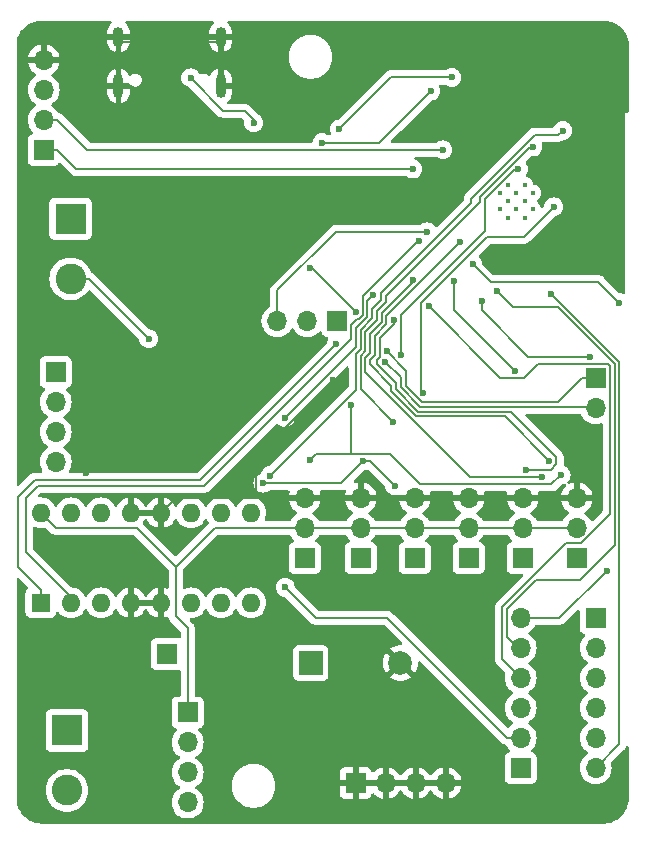
<source format=gbr>
%TF.GenerationSoftware,KiCad,Pcbnew,8.0.0*%
%TF.CreationDate,2024-04-15T20:03:37+02:00*%
%TF.ProjectId,MuntsorteerderESP,4d756e74-736f-4727-9465-657264657245,rev?*%
%TF.SameCoordinates,Original*%
%TF.FileFunction,Copper,L2,Bot*%
%TF.FilePolarity,Positive*%
%FSLAX46Y46*%
G04 Gerber Fmt 4.6, Leading zero omitted, Abs format (unit mm)*
G04 Created by KiCad (PCBNEW 8.0.0) date 2024-04-15 20:03:37*
%MOMM*%
%LPD*%
G01*
G04 APERTURE LIST*
%TA.AperFunction,ComponentPad*%
%ADD10R,2.600000X2.600000*%
%TD*%
%TA.AperFunction,ComponentPad*%
%ADD11C,2.600000*%
%TD*%
%TA.AperFunction,ComponentPad*%
%ADD12R,1.700000X1.700000*%
%TD*%
%TA.AperFunction,ComponentPad*%
%ADD13O,1.700000X1.700000*%
%TD*%
%TA.AperFunction,ComponentPad*%
%ADD14R,2.000000X2.000000*%
%TD*%
%TA.AperFunction,ComponentPad*%
%ADD15C,2.000000*%
%TD*%
%TA.AperFunction,ComponentPad*%
%ADD16C,0.400000*%
%TD*%
%TA.AperFunction,ComponentPad*%
%ADD17O,0.900000X2.000000*%
%TD*%
%TA.AperFunction,ComponentPad*%
%ADD18O,0.900000X1.700000*%
%TD*%
%TA.AperFunction,ComponentPad*%
%ADD19R,1.600000X1.600000*%
%TD*%
%TA.AperFunction,ComponentPad*%
%ADD20O,1.600000X1.600000*%
%TD*%
%TA.AperFunction,ViaPad*%
%ADD21C,0.600000*%
%TD*%
%TA.AperFunction,Conductor*%
%ADD22C,0.200000*%
%TD*%
G04 APERTURE END LIST*
D10*
%TO.P,J8,1,Pin_1*%
%TO.N,Net-(J8-Pin_1)*%
X127000000Y-43683000D03*
D11*
%TO.P,J8,2,Pin_2*%
%TO.N,VCC_5V*%
X127000000Y-48763000D03*
%TD*%
D12*
%TO.P,J6,1,Pin_1*%
%TO.N,ESP_3.3V*%
X125730000Y-56642000D03*
D13*
%TO.P,J6,2,Pin_2*%
X125730000Y-59182000D03*
%TO.P,J6,3,Pin_3*%
X125730000Y-61722000D03*
%TO.P,J6,4,Pin_4*%
X125730000Y-64262000D03*
%TD*%
D12*
%TO.P,J5,1,Pin_1*%
%TO.N,VCC_5V*%
X136906000Y-85481000D03*
D13*
%TO.P,J5,2,Pin_2*%
X136906000Y-88021000D03*
%TO.P,J5,3,Pin_3*%
X136906000Y-90561000D03*
%TO.P,J5,4,Pin_4*%
X136906000Y-93101000D03*
%TD*%
D14*
%TO.P,BZ1,1,-*%
%TO.N,Net-(BZ1--)*%
X147320000Y-81280000D03*
D15*
%TO.P,BZ1,2,+*%
%TO.N,GND*%
X154920000Y-81280000D03*
%TD*%
D16*
%TO.P,U1,41_10*%
%TO.N,N/C*%
X165446000Y-42188000D03*
%TO.P,U1,41_11*%
X165446000Y-40788000D03*
%TO.P,U1,41_12*%
X165446000Y-43588000D03*
%TO.P,U1,41_13*%
X164046000Y-40788000D03*
%TO.P,U1,41_14*%
X164046000Y-42188000D03*
%TO.P,U1,41_15*%
X164046000Y-43588000D03*
%TO.P,U1,41_16*%
X166146000Y-41488000D03*
%TO.P,U1,41_17*%
X166146000Y-42888000D03*
%TO.P,U1,41_18*%
X164746000Y-41488000D03*
%TO.P,U1,41_19*%
X164746000Y-42888000D03*
%TO.P,U1,41_20*%
X163346000Y-41488000D03*
%TO.P,U1,41_21*%
X163346000Y-42888000D03*
%TD*%
D12*
%TO.P,J9,1,Pin_1*%
%TO.N,ShiftQ*%
X171450000Y-57150000D03*
D13*
%TO.P,J9,2,Pin_2*%
%TO.N,ShiftH*%
X171450000Y-59690000D03*
%TD*%
D17*
%TO.P,J1,S1,SHIELD*%
%TO.N,GND*%
X139700000Y-32440000D03*
%TO.P,J1,S2,SHIELD*%
X131050000Y-32440000D03*
D18*
%TO.P,J1,S3,SHIELD*%
X139700000Y-28270000D03*
%TO.P,J1,S4,SHIELD*%
X131050000Y-28270000D03*
%TD*%
D12*
%TO.P,M2,1,PWM*%
%TO.N,Net-(M2-PWM)*%
X165274000Y-72390000D03*
D13*
%TO.P,M2,2,+*%
%TO.N,VCC_5V*%
X165274000Y-69850000D03*
%TO.P,M2,3,-*%
%TO.N,GND*%
X165274000Y-67310000D03*
%TD*%
D12*
%TO.P,M4,1,PWM*%
%TO.N,Net-(M4-PWM)*%
X156130000Y-72390000D03*
D13*
%TO.P,M4,2,+*%
%TO.N,VCC_5V*%
X156130000Y-69850000D03*
%TO.P,M4,3,-*%
%TO.N,GND*%
X156130000Y-67310000D03*
%TD*%
D12*
%TO.P,M3,1,PWM*%
%TO.N,Net-(M3-PWM)*%
X160702000Y-72390000D03*
D13*
%TO.P,M3,2,+*%
%TO.N,VCC_5V*%
X160702000Y-69850000D03*
%TO.P,M3,3,-*%
%TO.N,GND*%
X160702000Y-67310000D03*
%TD*%
D12*
%TO.P,J3,1,Pin_1*%
%TO.N,IR1*%
X165100000Y-90170000D03*
D13*
%TO.P,J3,2,Pin_2*%
%TO.N,IR2*%
X165100000Y-87630000D03*
%TO.P,J3,3,Pin_3*%
%TO.N,IR3*%
X165100000Y-85090000D03*
%TO.P,J3,4,Pin_4*%
%TO.N,IR4*%
X165100000Y-82550000D03*
%TO.P,J3,5,Pin_5*%
%TO.N,IR5*%
X165100000Y-80010000D03*
%TO.P,J3,6,Pin_6*%
%TO.N,IR6*%
X165100000Y-77470000D03*
%TD*%
D12*
%TO.P,M5,1,PWM*%
%TO.N,Net-(M5-PWM)*%
X151558000Y-72390000D03*
D13*
%TO.P,M5,2,+*%
%TO.N,VCC_5V*%
X151558000Y-69850000D03*
%TO.P,M5,3,-*%
%TO.N,GND*%
X151558000Y-67310000D03*
%TD*%
D12*
%TO.P,J10,1,Pin_1*%
%TO.N,Net-(J10-Pin_1)*%
X135128000Y-80518000D03*
%TD*%
%TO.P,J2,1,Pin_1*%
%TO.N,SCL*%
X124714000Y-37846000D03*
D13*
%TO.P,J2,2,Pin_2*%
%TO.N,SDA*%
X124714000Y-35306000D03*
%TO.P,J2,3,Pin_3*%
%TO.N,VCC_5V*%
X124714000Y-32766000D03*
%TO.P,J2,4,Pin_4*%
%TO.N,GND*%
X124714000Y-30226000D03*
%TD*%
D12*
%TO.P,J7,1,Pin_1*%
%TO.N,GND*%
X151130000Y-91440000D03*
D13*
%TO.P,J7,2,Pin_2*%
X153670000Y-91440000D03*
%TO.P,J7,3,Pin_3*%
X156210000Y-91440000D03*
%TO.P,J7,4,Pin_4*%
X158750000Y-91440000D03*
%TD*%
D19*
%TO.P,U6,1,EN1\u002C2*%
%TO.N,GPIO40*%
X124475000Y-76190000D03*
D20*
%TO.P,U6,2,1A*%
%TO.N,GPIO39*%
X127015000Y-76190000D03*
%TO.P,U6,3,1Y*%
%TO.N,Net-(M7-+)*%
X129555000Y-76190000D03*
%TO.P,U6,4,GND*%
%TO.N,GND*%
X132095000Y-76190000D03*
%TO.P,U6,5,GND*%
X134635000Y-76190000D03*
%TO.P,U6,6,2Y*%
%TO.N,Net-(M7--)*%
X137175000Y-76190000D03*
%TO.P,U6,7,2A*%
%TO.N,GPIO4*%
X139715000Y-76190000D03*
%TO.P,U6,8,VCC2*%
%TO.N,Net-(JP1-A)*%
X142255000Y-76190000D03*
%TO.P,U6,9,EN3\u002C4*%
%TO.N,unconnected-(U6-EN3\u002C4-Pad9)*%
X142255000Y-68570000D03*
%TO.P,U6,10,3A*%
%TO.N,unconnected-(U6-3A-Pad10)*%
X139715000Y-68570000D03*
%TO.P,U6,11,3Y*%
%TO.N,unconnected-(U6-3Y-Pad11)*%
X137175000Y-68570000D03*
%TO.P,U6,12,GND*%
%TO.N,GND*%
X134635000Y-68570000D03*
%TO.P,U6,13,GND*%
X132095000Y-68570000D03*
%TO.P,U6,14,4Y*%
%TO.N,unconnected-(U6-4Y-Pad14)*%
X129555000Y-68570000D03*
%TO.P,U6,15,4A*%
%TO.N,unconnected-(U6-4A-Pad15)*%
X127015000Y-68570000D03*
%TO.P,U6,16,VCC1*%
%TO.N,VCC_5V*%
X124475000Y-68570000D03*
%TD*%
D12*
%TO.P,J4,1,Pin_1*%
%TO.N,BTN1*%
X171450000Y-77470000D03*
D13*
%TO.P,J4,2,Pin_2*%
%TO.N,BTN2*%
X171450000Y-80010000D03*
%TO.P,J4,3,Pin_3*%
%TO.N,BTN3*%
X171450000Y-82550000D03*
%TO.P,J4,4,Pin_4*%
%TO.N,BTN4*%
X171450000Y-85090000D03*
%TO.P,J4,5,Pin_5*%
%TO.N,BTN5*%
X171450000Y-87630000D03*
%TO.P,J4,6,Pin_6*%
%TO.N,BTN6*%
X171450000Y-90170000D03*
%TD*%
D12*
%TO.P,M1,1,PWM*%
%TO.N,Net-(M1-PWM)*%
X169846000Y-72390000D03*
D13*
%TO.P,M1,2,+*%
%TO.N,VCC_5V*%
X169846000Y-69850000D03*
%TO.P,M1,3,-*%
%TO.N,GND*%
X169846000Y-67310000D03*
%TD*%
D12*
%TO.P,M6,1,PWM*%
%TO.N,Net-(M6-PWM)*%
X146812000Y-72390000D03*
D13*
%TO.P,M6,2,+*%
%TO.N,VCC_5V*%
X146812000Y-69850000D03*
%TO.P,M6,3,-*%
%TO.N,GND*%
X146812000Y-67310000D03*
%TD*%
D12*
%TO.P,J11,1,Pin_1*%
%TO.N,GPIO35*%
X149591000Y-52324000D03*
D13*
%TO.P,J11,2,Pin_2*%
%TO.N,GPIO36*%
X147051000Y-52324000D03*
%TO.P,J11,3,Pin_3*%
%TO.N,GPIO37*%
X144511000Y-52324000D03*
%TD*%
D10*
%TO.P,M7,1,+*%
%TO.N,Net-(M7-+)*%
X126695000Y-86990000D03*
D11*
%TO.P,M7,2,-*%
%TO.N,Net-(M7--)*%
X126695000Y-92070000D03*
%TD*%
D21*
%TO.N,GND*%
X128270000Y-62865000D03*
X128270000Y-65188200D03*
%TO.N,BTN3*%
X161036000Y-47498000D03*
%TO.N,GND*%
X149229800Y-57299700D03*
%TO.N,CHIP_PU*%
X157480000Y-32867500D03*
X148293000Y-37226500D03*
%TO.N,ESP_3.3V*%
X151768500Y-64186500D03*
X159258000Y-31712500D03*
X154432000Y-66294000D03*
X149727500Y-36082200D03*
X143275600Y-66065200D03*
%TO.N,VCC_5V*%
X133604000Y-53848000D03*
%TO.N,GPIO0*%
X151125600Y-51535900D03*
X147278600Y-47884300D03*
%TO.N,Net-(J1-CC1)*%
X137160000Y-31750000D03*
X142494000Y-35560000D03*
%TO.N,SDA*%
X158496000Y-37845900D03*
%TO.N,SCL*%
X155959800Y-39461900D03*
%TO.N,IR5*%
X163068000Y-49784000D03*
%TO.N,IR4*%
X157300800Y-51072600D03*
%TO.N,IR1*%
X159477800Y-48913500D03*
X164589900Y-56535400D03*
%TO.N,IR3*%
X154357600Y-52221900D03*
X165578900Y-64915600D03*
%TO.N,IR2*%
X152623700Y-50156700D03*
X145163500Y-60515100D03*
X145163500Y-74881300D03*
%TO.N,IR6*%
X171001600Y-55376700D03*
X161786200Y-50652500D03*
X172376900Y-73480800D03*
%TO.N,BTN5*%
X155960800Y-48858400D03*
X166929700Y-65515600D03*
%TO.N,BTN6*%
X167656250Y-50021750D03*
%TO.N,BTN3*%
X173405100Y-50771890D03*
%TO.N,BTN4*%
X167529800Y-64169600D03*
X160004300Y-45681500D03*
%TO.N,SCK*%
X164912565Y-39436565D03*
X154947200Y-55202600D03*
%TO.N,GPIO4*%
X143877300Y-65438300D03*
X168656000Y-36210400D03*
%TO.N,SI*%
X156848500Y-58421800D03*
X167901300Y-42673900D03*
%TO.N,RCK*%
X154308500Y-60850300D03*
X166124815Y-37600815D03*
%TO.N,SERVO*%
X168515900Y-65349500D03*
X150756400Y-59436000D03*
X147258500Y-64067500D03*
%TO.N,ShiftQ*%
X153754700Y-54901600D03*
%TO.N,ShiftH*%
X153642800Y-55769000D03*
%TO.N,GPIO40*%
X149478900Y-54276900D03*
%TO.N,GPIO39*%
X156517100Y-45523700D03*
%TO.N,GPIO37*%
X157184800Y-44785300D03*
%TD*%
D22*
%TO.N,GPIO4*%
X166301100Y-36576000D02*
X168290400Y-36576000D01*
X160883900Y-41993200D02*
X166301100Y-36576000D01*
X160883900Y-42367800D02*
X160883900Y-41993200D01*
X153270000Y-49981700D02*
X160883900Y-42367800D01*
X152530800Y-51288900D02*
X153270000Y-50549700D01*
X168290400Y-36576000D02*
X168656000Y-36210400D01*
X151546100Y-54735400D02*
X151546100Y-53102500D01*
X151144400Y-55137100D02*
X151546100Y-54735400D01*
X151546100Y-53102500D02*
X152530800Y-52117800D01*
X151144400Y-58171200D02*
X151144400Y-55137100D01*
X153270000Y-50549700D02*
X153270000Y-49981700D01*
X152530800Y-52117800D02*
X152530800Y-51288900D01*
X143877300Y-65438300D02*
X151144400Y-58171200D01*
%TO.N,SCK*%
X154999000Y-51847500D02*
X154999000Y-55150800D01*
X154999000Y-55150800D02*
X154947200Y-55202600D01*
X162094400Y-44752100D02*
X154999000Y-51847500D01*
X164663835Y-39436565D02*
X162094400Y-42006000D01*
X162094400Y-42006000D02*
X162094400Y-44752100D01*
X164912565Y-39436565D02*
X164663835Y-39436565D01*
%TO.N,GND*%
X128270000Y-62865000D02*
X128270000Y-65188200D01*
%TO.N,IR3*%
X154357600Y-52563000D02*
X154357600Y-52221900D01*
X153152900Y-53767700D02*
X154357600Y-52563000D01*
X153152900Y-55407700D02*
X153152900Y-53767700D01*
X154540300Y-57582800D02*
X152924400Y-55966900D01*
X152924400Y-55966900D02*
X152924400Y-55636200D01*
X156429500Y-60001500D02*
X154540300Y-58112300D01*
X164263000Y-60001500D02*
X156429500Y-60001500D01*
X154540300Y-58112300D02*
X154540300Y-57582800D01*
X168131600Y-63870100D02*
X164263000Y-60001500D01*
X168131600Y-64457400D02*
X168131600Y-63870100D01*
X152924400Y-55636200D02*
X153152900Y-55407700D01*
X165578900Y-64915600D02*
X167673400Y-64915600D01*
X167673400Y-64915600D02*
X168131600Y-64457400D01*
%TO.N,IR2*%
X147752200Y-77470000D02*
X145163500Y-74881300D01*
X153788300Y-77470000D02*
X147752200Y-77470000D01*
X163948300Y-87630000D02*
X153788300Y-77470000D01*
X165100000Y-87630000D02*
X163948300Y-87630000D01*
%TO.N,VCC_5V*%
X139192000Y-69850000D02*
X146812000Y-69850000D01*
X135890000Y-73152000D02*
X139192000Y-69850000D01*
X135890000Y-77334600D02*
X135890000Y-73152000D01*
X136906000Y-85481000D02*
X136906000Y-78350600D01*
X136906000Y-78350600D02*
X135890000Y-77334600D01*
X132588000Y-69850000D02*
X135890000Y-73152000D01*
X124475000Y-68570000D02*
X125755000Y-69850000D01*
X125755000Y-69850000D02*
X132588000Y-69850000D01*
%TO.N,GPIO39*%
X127015000Y-75707000D02*
X127015000Y-76190000D01*
X123190000Y-71882000D02*
X127015000Y-75707000D01*
X123190000Y-67310000D02*
X123190000Y-71882000D01*
X124206000Y-66294000D02*
X123190000Y-67310000D01*
X138312700Y-66294000D02*
X124206000Y-66294000D01*
X150742700Y-53864000D02*
X138312700Y-66294000D01*
X150742700Y-52636500D02*
X150742700Y-53864000D01*
X151243300Y-52135900D02*
X150742700Y-52636500D01*
X151374129Y-52135900D02*
X151243300Y-52135900D01*
X151725600Y-51784429D02*
X151374129Y-52135900D01*
X151727400Y-51472600D02*
X151725600Y-51474400D01*
X151725600Y-51474400D02*
X151725600Y-51784429D01*
X151727400Y-50202200D02*
X151727400Y-51472600D01*
X156405900Y-45523700D02*
X151727400Y-50202200D01*
X156517100Y-45523700D02*
X156405900Y-45523700D01*
%TO.N,GPIO40*%
X123949800Y-65788200D02*
X137967600Y-65788200D01*
X122519981Y-73133281D02*
X122519975Y-67218025D01*
X124475000Y-75088300D02*
X122519981Y-73133281D01*
X124475000Y-76190000D02*
X124475000Y-75088300D01*
X122519975Y-67218025D02*
X123949800Y-65788200D01*
X137967600Y-65788200D02*
X149478900Y-54276900D01*
%TO.N,ShiftH*%
X156595800Y-59599800D02*
X154942000Y-57946000D01*
X154942000Y-57068200D02*
X153642800Y-55769000D01*
X171359800Y-59599800D02*
X156595800Y-59599800D01*
X171450000Y-59690000D02*
X171359800Y-59599800D01*
X154942000Y-57946000D02*
X154942000Y-57068200D01*
%TO.N,IR2*%
X152129100Y-50651300D02*
X152623700Y-50156700D01*
X152129100Y-51953814D02*
X152129100Y-50651300D01*
X151144400Y-52938514D02*
X152129100Y-51953814D01*
X145163500Y-60515100D02*
X151144400Y-54534200D01*
X151144400Y-54534200D02*
X151144400Y-52938514D01*
%TO.N,RCK*%
X151546100Y-58087900D02*
X154308500Y-60850300D01*
X151546100Y-55310500D02*
X151546100Y-58087900D01*
X151947800Y-53268800D02*
X151947800Y-54908800D01*
X151947800Y-54908800D02*
X151546100Y-55310500D01*
X152932500Y-52284100D02*
X151947800Y-53268800D01*
X153670000Y-50218200D02*
X153670000Y-50715386D01*
X153670000Y-50715386D02*
X152932500Y-51452886D01*
X161651400Y-41849200D02*
X161651400Y-42236800D01*
X165899785Y-37600815D02*
X161651400Y-41849200D01*
X152932500Y-51452886D02*
X152932500Y-52284100D01*
X166124815Y-37600815D02*
X165899785Y-37600815D01*
X161651400Y-42236800D02*
X153670000Y-50218200D01*
%TO.N,BTN3*%
X162584395Y-49046395D02*
X171679605Y-49046395D01*
X161036000Y-47498000D02*
X162584395Y-49046395D01*
X171679605Y-49046395D02*
X173405100Y-50771890D01*
%TO.N,SI*%
X165363200Y-45212000D02*
X167901300Y-42673900D01*
X162276400Y-45212000D02*
X165363200Y-45212000D01*
X156695300Y-50793100D02*
X162276400Y-45212000D01*
X156695300Y-58268600D02*
X156695300Y-50793100D01*
X156848500Y-58421800D02*
X156695300Y-58268600D01*
%TO.N,Net-(J1-CC1)*%
X137160000Y-31764239D02*
X137160000Y-31750000D01*
X141732000Y-34544000D02*
X139939761Y-34544000D01*
X142494000Y-35560000D02*
X142494000Y-35306000D01*
X142494000Y-35306000D02*
X141732000Y-34544000D01*
X139939761Y-34544000D02*
X137160000Y-31764239D01*
%TO.N,GND*%
X131050000Y-28270000D02*
X131050000Y-28294300D01*
X134635000Y-76190000D02*
X132095000Y-76190000D01*
X130245700Y-30226000D02*
X131050000Y-29421700D01*
X124714000Y-30226000D02*
X130245700Y-30226000D01*
X139700000Y-28845800D02*
X139700000Y-32440000D01*
X169846000Y-67310000D02*
X165274000Y-67310000D01*
X142673900Y-67310000D02*
X146812000Y-67310000D01*
X139700000Y-28270000D02*
X139700000Y-28845800D01*
X142673900Y-67310000D02*
X142673900Y-63855600D01*
X142673900Y-63855600D02*
X149229800Y-57299700D01*
X131050000Y-31138300D02*
X130245700Y-30334000D01*
X156130000Y-67310000D02*
X160702000Y-67310000D01*
X153670000Y-91440000D02*
X156210000Y-91440000D01*
X131050000Y-32440000D02*
X131050000Y-31138300D01*
X151558000Y-67310000D02*
X156130000Y-67310000D01*
X131457700Y-28702000D02*
X131050000Y-28294300D01*
X134635000Y-68570000D02*
X135895000Y-67310000D01*
X156210000Y-91440000D02*
X158750000Y-91440000D01*
X160702000Y-67310000D02*
X165274000Y-67310000D01*
X139556200Y-28702000D02*
X131457700Y-28702000D01*
X131050000Y-28294300D02*
X131050000Y-29421700D01*
X151558000Y-67310000D02*
X146812000Y-67310000D01*
X130245700Y-30334000D02*
X130245700Y-30226000D01*
X135895000Y-67310000D02*
X142673900Y-67310000D01*
X132095000Y-68570000D02*
X134635000Y-68570000D01*
X139700000Y-28845800D02*
X139556200Y-28702000D01*
X151130000Y-91440000D02*
X153670000Y-91440000D01*
%TO.N,CHIP_PU*%
X153121000Y-37226500D02*
X148293000Y-37226500D01*
X157480000Y-32867500D02*
X153121000Y-37226500D01*
%TO.N,ESP_3.3V*%
X143275600Y-66065200D02*
X149889800Y-66065200D01*
X149889800Y-66065200D02*
X151768500Y-64186500D01*
X159258000Y-31712500D02*
X154097200Y-31712500D01*
X154097200Y-31712500D02*
X149727500Y-36082200D01*
X154432000Y-66294000D02*
X152324500Y-64186500D01*
X152324500Y-64186500D02*
X151768500Y-64186500D01*
%TO.N,VCC_5V*%
X151558000Y-69850000D02*
X146812000Y-69850000D01*
X128519000Y-48763000D02*
X127000000Y-48763000D01*
X160702000Y-69850000D02*
X165274000Y-69850000D01*
X156130000Y-69850000D02*
X154978300Y-69850000D01*
X154978300Y-69850000D02*
X152709700Y-69850000D01*
X133604000Y-53848000D02*
X128519000Y-48763000D01*
X156130000Y-69850000D02*
X160702000Y-69850000D01*
X151558000Y-69850000D02*
X152709700Y-69850000D01*
X169846000Y-69850000D02*
X165274000Y-69850000D01*
%TO.N,GPIO0*%
X151125600Y-51535900D02*
X147474000Y-47884300D01*
X147474000Y-47884300D02*
X147278600Y-47884300D01*
%TO.N,SDA*%
X124714000Y-35306000D02*
X125865700Y-35306000D01*
X128405600Y-37845900D02*
X158496000Y-37845900D01*
X125865700Y-35306000D02*
X128405600Y-37845900D01*
%TO.N,SCL*%
X124714000Y-37846000D02*
X125865700Y-37846000D01*
X125865700Y-37846000D02*
X127481600Y-39461900D01*
X127481600Y-39461900D02*
X155959800Y-39461900D01*
%TO.N,IR5*%
X166401086Y-74246500D02*
X163909200Y-76738386D01*
X168235100Y-51168600D02*
X173049300Y-55982800D01*
X163068000Y-49784000D02*
X164452600Y-51168600D01*
X173049300Y-55982800D02*
X173049300Y-71313400D01*
X164452600Y-51168600D02*
X168235100Y-51168600D01*
X163909200Y-76738386D02*
X163909200Y-79073200D01*
X173049300Y-71313400D02*
X170116200Y-74246500D01*
X170116200Y-74246500D02*
X166401086Y-74246500D01*
X164846000Y-80010000D02*
X165100000Y-80010000D01*
X163909200Y-79073200D02*
X164846000Y-80010000D01*
%TO.N,IR4*%
X172647600Y-56149100D02*
X172486800Y-55988300D01*
X163505200Y-80955200D02*
X163505200Y-76576700D01*
X172486800Y-55988300D02*
X166571400Y-55988300D01*
X172647600Y-68696300D02*
X172647600Y-56149100D01*
X168961900Y-71120000D02*
X170223900Y-71120000D01*
X170223900Y-71120000D02*
X172647600Y-68696300D01*
X163378200Y-57150000D02*
X157300800Y-51072600D01*
X165409700Y-57150000D02*
X163378200Y-57150000D01*
X163505200Y-76576700D02*
X168961900Y-71120000D01*
X165100000Y-82550000D02*
X163505200Y-80955200D01*
X166571400Y-55988300D02*
X165409700Y-57150000D01*
%TO.N,IR1*%
X164589900Y-56535400D02*
X159477800Y-51423300D01*
X159477800Y-51423300D02*
X159477800Y-48913500D01*
%TO.N,IR6*%
X165100000Y-77470000D02*
X168387700Y-77470000D01*
X165755600Y-55376700D02*
X161786200Y-51407300D01*
X171001600Y-55376700D02*
X165755600Y-55376700D01*
X168387700Y-77470000D02*
X172376900Y-73480800D01*
X161786200Y-51407300D02*
X161786200Y-50652500D01*
%TO.N,BTN5*%
X151947800Y-55476800D02*
X152349500Y-55075100D01*
X153334200Y-51621500D02*
X155960800Y-48994900D01*
X155960800Y-48994900D02*
X155960800Y-48858400D01*
X166929700Y-65515600D02*
X160807600Y-65515600D01*
X152349500Y-55075100D02*
X152349500Y-53435100D01*
X152349500Y-53435100D02*
X153334200Y-52450400D01*
X160807600Y-65515600D02*
X151947800Y-56655800D01*
X151947800Y-56655800D02*
X151947800Y-55476800D01*
X153334200Y-52450400D02*
X153334200Y-51621500D01*
%TO.N,BTN6*%
X171450000Y-90170000D02*
X173451000Y-88169000D01*
X173451000Y-88169000D02*
X173451000Y-55816500D01*
X173451000Y-55816500D02*
X167656250Y-50021750D01*
X167656250Y-50021750D02*
X167576500Y-49942000D01*
%TO.N,BTN4*%
X153735900Y-51949900D02*
X160004300Y-45681500D01*
X152751200Y-55241400D02*
X152751200Y-53601400D01*
X156263200Y-60403200D02*
X154138600Y-58278600D01*
X163763400Y-60403200D02*
X156263200Y-60403200D01*
X152349500Y-56015100D02*
X152349500Y-55643100D01*
X152751200Y-53601400D02*
X153735900Y-52616700D01*
X154138600Y-57804200D02*
X152349500Y-56015100D01*
X154138600Y-58278600D02*
X154138600Y-57804200D01*
X167529800Y-64169600D02*
X163763400Y-60403200D01*
X152349500Y-55643100D02*
X152751200Y-55241400D01*
X153735900Y-52616700D02*
X153735900Y-51949900D01*
%TO.N,SERVO*%
X147767200Y-63558800D02*
X147258500Y-64067500D01*
X167707100Y-66158300D02*
X156600800Y-66158300D01*
X154001300Y-63558800D02*
X150756400Y-63558800D01*
X150756400Y-63558800D02*
X147767200Y-63558800D01*
X150756400Y-63558800D02*
X150756400Y-59436000D01*
X168515900Y-65349500D02*
X167707100Y-66158300D01*
X156600800Y-66158300D02*
X154001300Y-63558800D01*
%TO.N,ShiftQ*%
X155385000Y-56531900D02*
X153754700Y-54901600D01*
X168250200Y-59198100D02*
X156762100Y-59198100D01*
X156762100Y-59198100D02*
X155385000Y-57821000D01*
X155385000Y-57821000D02*
X155385000Y-56531900D01*
X171450000Y-57150000D02*
X170298300Y-57150000D01*
X170298300Y-57150000D02*
X168250200Y-59198100D01*
%TO.N,GPIO37*%
X144511000Y-49729200D02*
X144511000Y-52324000D01*
X157184800Y-44785300D02*
X149454900Y-44785300D01*
X149454900Y-44785300D02*
X144511000Y-49729200D01*
%TD*%
%TA.AperFunction,Conductor*%
%TO.N,GND*%
G36*
X153204075Y-91247007D02*
G01*
X153170000Y-91374174D01*
X153170000Y-91505826D01*
X153204075Y-91632993D01*
X153236988Y-91690000D01*
X151563012Y-91690000D01*
X151595925Y-91632993D01*
X151630000Y-91505826D01*
X151630000Y-91374174D01*
X151595925Y-91247007D01*
X151563012Y-91190000D01*
X153236988Y-91190000D01*
X153204075Y-91247007D01*
G37*
%TD.AperFunction*%
%TA.AperFunction,Conductor*%
G36*
X155744075Y-91247007D02*
G01*
X155710000Y-91374174D01*
X155710000Y-91505826D01*
X155744075Y-91632993D01*
X155776988Y-91690000D01*
X154103012Y-91690000D01*
X154135925Y-91632993D01*
X154170000Y-91505826D01*
X154170000Y-91374174D01*
X154135925Y-91247007D01*
X154103012Y-91190000D01*
X155776988Y-91190000D01*
X155744075Y-91247007D01*
G37*
%TD.AperFunction*%
%TA.AperFunction,Conductor*%
G36*
X158284075Y-91247007D02*
G01*
X158250000Y-91374174D01*
X158250000Y-91505826D01*
X158284075Y-91632993D01*
X158316988Y-91690000D01*
X156643012Y-91690000D01*
X156675925Y-91632993D01*
X156710000Y-91505826D01*
X156710000Y-91374174D01*
X156675925Y-91247007D01*
X156643012Y-91190000D01*
X158316988Y-91190000D01*
X158284075Y-91247007D01*
G37*
%TD.AperFunction*%
%TA.AperFunction,Conductor*%
G36*
X145589948Y-70470185D02*
G01*
X145635292Y-70522097D01*
X145637965Y-70527830D01*
X145773501Y-70721396D01*
X145773506Y-70721402D01*
X145895430Y-70843326D01*
X145928915Y-70904649D01*
X145923931Y-70974341D01*
X145882059Y-71030274D01*
X145851083Y-71047189D01*
X145719669Y-71096203D01*
X145719664Y-71096206D01*
X145604455Y-71182452D01*
X145604452Y-71182455D01*
X145518206Y-71297664D01*
X145518202Y-71297671D01*
X145467908Y-71432517D01*
X145461501Y-71492116D01*
X145461501Y-71492123D01*
X145461500Y-71492135D01*
X145461500Y-73287870D01*
X145461501Y-73287876D01*
X145467908Y-73347483D01*
X145518202Y-73482328D01*
X145518206Y-73482335D01*
X145604452Y-73597544D01*
X145604455Y-73597547D01*
X145719664Y-73683793D01*
X145719671Y-73683797D01*
X145854517Y-73734091D01*
X145854516Y-73734091D01*
X145861444Y-73734835D01*
X145914127Y-73740500D01*
X147709872Y-73740499D01*
X147769483Y-73734091D01*
X147904331Y-73683796D01*
X148019546Y-73597546D01*
X148105796Y-73482331D01*
X148156091Y-73347483D01*
X148162500Y-73287873D01*
X148162499Y-71492128D01*
X148156091Y-71432517D01*
X148105796Y-71297669D01*
X148105795Y-71297668D01*
X148105793Y-71297664D01*
X148019547Y-71182455D01*
X148019544Y-71182452D01*
X147904335Y-71096206D01*
X147904328Y-71096202D01*
X147772917Y-71047189D01*
X147716983Y-71005318D01*
X147692566Y-70939853D01*
X147707418Y-70871580D01*
X147728563Y-70843332D01*
X147850495Y-70721401D01*
X147986035Y-70527830D01*
X147988707Y-70522097D01*
X148034878Y-70469658D01*
X148101091Y-70450500D01*
X150268909Y-70450500D01*
X150335948Y-70470185D01*
X150381292Y-70522097D01*
X150383965Y-70527830D01*
X150519501Y-70721396D01*
X150519506Y-70721402D01*
X150641430Y-70843326D01*
X150674915Y-70904649D01*
X150669931Y-70974341D01*
X150628059Y-71030274D01*
X150597083Y-71047189D01*
X150465669Y-71096203D01*
X150465664Y-71096206D01*
X150350455Y-71182452D01*
X150350452Y-71182455D01*
X150264206Y-71297664D01*
X150264202Y-71297671D01*
X150213908Y-71432517D01*
X150207501Y-71492116D01*
X150207501Y-71492123D01*
X150207500Y-71492135D01*
X150207500Y-73287870D01*
X150207501Y-73287876D01*
X150213908Y-73347483D01*
X150264202Y-73482328D01*
X150264206Y-73482335D01*
X150350452Y-73597544D01*
X150350455Y-73597547D01*
X150465664Y-73683793D01*
X150465671Y-73683797D01*
X150600517Y-73734091D01*
X150600516Y-73734091D01*
X150607444Y-73734835D01*
X150660127Y-73740500D01*
X152455872Y-73740499D01*
X152515483Y-73734091D01*
X152650331Y-73683796D01*
X152765546Y-73597546D01*
X152851796Y-73482331D01*
X152902091Y-73347483D01*
X152908500Y-73287873D01*
X152908499Y-71492128D01*
X152902091Y-71432517D01*
X152851796Y-71297669D01*
X152851795Y-71297668D01*
X152851793Y-71297664D01*
X152765547Y-71182455D01*
X152765544Y-71182452D01*
X152650335Y-71096206D01*
X152650328Y-71096202D01*
X152518917Y-71047189D01*
X152462983Y-71005318D01*
X152438566Y-70939853D01*
X152453418Y-70871580D01*
X152474563Y-70843332D01*
X152596495Y-70721401D01*
X152732035Y-70527830D01*
X152734707Y-70522097D01*
X152780878Y-70469658D01*
X152847091Y-70450500D01*
X154840909Y-70450500D01*
X154907948Y-70470185D01*
X154953292Y-70522097D01*
X154955965Y-70527830D01*
X155091501Y-70721396D01*
X155091506Y-70721402D01*
X155213430Y-70843326D01*
X155246915Y-70904649D01*
X155241931Y-70974341D01*
X155200059Y-71030274D01*
X155169083Y-71047189D01*
X155037669Y-71096203D01*
X155037664Y-71096206D01*
X154922455Y-71182452D01*
X154922452Y-71182455D01*
X154836206Y-71297664D01*
X154836202Y-71297671D01*
X154785908Y-71432517D01*
X154779501Y-71492116D01*
X154779501Y-71492123D01*
X154779500Y-71492135D01*
X154779500Y-73287870D01*
X154779501Y-73287876D01*
X154785908Y-73347483D01*
X154836202Y-73482328D01*
X154836206Y-73482335D01*
X154922452Y-73597544D01*
X154922455Y-73597547D01*
X155037664Y-73683793D01*
X155037671Y-73683797D01*
X155172517Y-73734091D01*
X155172516Y-73734091D01*
X155179444Y-73734835D01*
X155232127Y-73740500D01*
X157027872Y-73740499D01*
X157087483Y-73734091D01*
X157222331Y-73683796D01*
X157337546Y-73597546D01*
X157423796Y-73482331D01*
X157474091Y-73347483D01*
X157480500Y-73287873D01*
X157480499Y-71492128D01*
X157474091Y-71432517D01*
X157423796Y-71297669D01*
X157423795Y-71297668D01*
X157423793Y-71297664D01*
X157337547Y-71182455D01*
X157337544Y-71182452D01*
X157222335Y-71096206D01*
X157222328Y-71096202D01*
X157090917Y-71047189D01*
X157034983Y-71005318D01*
X157010566Y-70939853D01*
X157025418Y-70871580D01*
X157046563Y-70843332D01*
X157168495Y-70721401D01*
X157304035Y-70527830D01*
X157306707Y-70522097D01*
X157352878Y-70469658D01*
X157419091Y-70450500D01*
X159412909Y-70450500D01*
X159479948Y-70470185D01*
X159525292Y-70522097D01*
X159527965Y-70527830D01*
X159663501Y-70721396D01*
X159663506Y-70721402D01*
X159785430Y-70843326D01*
X159818915Y-70904649D01*
X159813931Y-70974341D01*
X159772059Y-71030274D01*
X159741083Y-71047189D01*
X159609669Y-71096203D01*
X159609664Y-71096206D01*
X159494455Y-71182452D01*
X159494452Y-71182455D01*
X159408206Y-71297664D01*
X159408202Y-71297671D01*
X159357908Y-71432517D01*
X159351501Y-71492116D01*
X159351501Y-71492123D01*
X159351500Y-71492135D01*
X159351500Y-73287870D01*
X159351501Y-73287876D01*
X159357908Y-73347483D01*
X159408202Y-73482328D01*
X159408206Y-73482335D01*
X159494452Y-73597544D01*
X159494455Y-73597547D01*
X159609664Y-73683793D01*
X159609671Y-73683797D01*
X159744517Y-73734091D01*
X159744516Y-73734091D01*
X159751444Y-73734835D01*
X159804127Y-73740500D01*
X161599872Y-73740499D01*
X161659483Y-73734091D01*
X161794331Y-73683796D01*
X161909546Y-73597546D01*
X161995796Y-73482331D01*
X162046091Y-73347483D01*
X162052500Y-73287873D01*
X162052499Y-71492128D01*
X162046091Y-71432517D01*
X161995796Y-71297669D01*
X161995795Y-71297668D01*
X161995793Y-71297664D01*
X161909547Y-71182455D01*
X161909544Y-71182452D01*
X161794335Y-71096206D01*
X161794328Y-71096202D01*
X161662917Y-71047189D01*
X161606983Y-71005318D01*
X161582566Y-70939853D01*
X161597418Y-70871580D01*
X161618563Y-70843332D01*
X161740495Y-70721401D01*
X161876035Y-70527830D01*
X161878707Y-70522097D01*
X161924878Y-70469658D01*
X161991091Y-70450500D01*
X163984909Y-70450500D01*
X164051948Y-70470185D01*
X164097292Y-70522097D01*
X164099965Y-70527830D01*
X164235501Y-70721396D01*
X164235506Y-70721402D01*
X164357430Y-70843326D01*
X164390915Y-70904649D01*
X164385931Y-70974341D01*
X164344059Y-71030274D01*
X164313083Y-71047189D01*
X164181669Y-71096203D01*
X164181664Y-71096206D01*
X164066455Y-71182452D01*
X164066452Y-71182455D01*
X163980206Y-71297664D01*
X163980202Y-71297671D01*
X163929908Y-71432517D01*
X163923501Y-71492116D01*
X163923501Y-71492123D01*
X163923500Y-71492135D01*
X163923500Y-73287870D01*
X163923501Y-73287876D01*
X163929908Y-73347483D01*
X163980202Y-73482328D01*
X163980206Y-73482335D01*
X164066452Y-73597544D01*
X164066455Y-73597547D01*
X164181664Y-73683793D01*
X164181671Y-73683797D01*
X164316517Y-73734091D01*
X164316516Y-73734091D01*
X164323444Y-73734835D01*
X164376127Y-73740500D01*
X165192802Y-73740499D01*
X165259841Y-73760183D01*
X165305596Y-73812987D01*
X165315540Y-73882146D01*
X165286515Y-73945702D01*
X165280483Y-73952180D01*
X163136486Y-76096178D01*
X163024681Y-76207982D01*
X163024679Y-76207984D01*
X163004659Y-76242661D01*
X162995881Y-76257866D01*
X162945623Y-76344915D01*
X162904699Y-76497643D01*
X162904699Y-76497645D01*
X162904699Y-76665746D01*
X162904700Y-76665759D01*
X162904700Y-80868530D01*
X162904699Y-80868548D01*
X162904699Y-81034254D01*
X162904698Y-81034254D01*
X162945623Y-81186985D01*
X162974558Y-81237100D01*
X162974559Y-81237104D01*
X162974560Y-81237104D01*
X162999328Y-81280005D01*
X163024679Y-81323914D01*
X163024681Y-81323917D01*
X163143549Y-81442785D01*
X163143555Y-81442790D01*
X163767233Y-82066468D01*
X163800718Y-82127791D01*
X163799327Y-82186241D01*
X163764939Y-82314583D01*
X163764936Y-82314596D01*
X163744341Y-82549999D01*
X163744341Y-82550000D01*
X163764936Y-82785403D01*
X163764938Y-82785413D01*
X163826094Y-83013655D01*
X163826096Y-83013659D01*
X163826097Y-83013663D01*
X163901675Y-83175740D01*
X163925965Y-83227830D01*
X163925967Y-83227834D01*
X163953737Y-83267493D01*
X164061501Y-83421396D01*
X164061506Y-83421402D01*
X164228597Y-83588493D01*
X164228603Y-83588498D01*
X164414158Y-83718425D01*
X164457783Y-83773002D01*
X164464977Y-83842500D01*
X164433454Y-83904855D01*
X164414158Y-83921575D01*
X164228597Y-84051505D01*
X164061505Y-84218597D01*
X163925965Y-84412169D01*
X163925964Y-84412171D01*
X163826098Y-84626335D01*
X163826094Y-84626344D01*
X163764938Y-84854586D01*
X163764936Y-84854596D01*
X163744341Y-85089999D01*
X163744341Y-85090000D01*
X163764936Y-85325403D01*
X163764938Y-85325413D01*
X163826094Y-85553655D01*
X163826096Y-85553659D01*
X163826097Y-85553663D01*
X163901675Y-85715740D01*
X163925965Y-85767830D01*
X163925967Y-85767834D01*
X163953737Y-85807493D01*
X164061501Y-85961396D01*
X164061506Y-85961402D01*
X164228597Y-86128493D01*
X164228603Y-86128498D01*
X164414158Y-86258425D01*
X164457783Y-86313002D01*
X164464977Y-86382500D01*
X164433454Y-86444855D01*
X164414158Y-86461575D01*
X164228600Y-86591503D01*
X164081500Y-86738603D01*
X164020177Y-86772087D01*
X163950485Y-86767103D01*
X163906138Y-86738602D01*
X154275890Y-77108355D01*
X154275888Y-77108352D01*
X154157017Y-76989481D01*
X154157016Y-76989480D01*
X154070204Y-76939360D01*
X154070204Y-76939359D01*
X154070200Y-76939358D01*
X154020085Y-76910423D01*
X153867357Y-76869499D01*
X153709243Y-76869499D01*
X153701647Y-76869499D01*
X153701631Y-76869500D01*
X148052298Y-76869500D01*
X147985259Y-76849815D01*
X147964617Y-76833181D01*
X145994200Y-74862765D01*
X145960715Y-74801442D01*
X145958663Y-74788986D01*
X145948868Y-74702045D01*
X145889289Y-74531778D01*
X145793316Y-74379038D01*
X145665762Y-74251484D01*
X145611408Y-74217331D01*
X145513023Y-74155511D01*
X145342754Y-74095931D01*
X145342749Y-74095930D01*
X145163504Y-74075735D01*
X145163496Y-74075735D01*
X144984250Y-74095930D01*
X144984245Y-74095931D01*
X144813976Y-74155511D01*
X144661237Y-74251484D01*
X144533684Y-74379037D01*
X144437711Y-74531776D01*
X144378131Y-74702045D01*
X144378130Y-74702050D01*
X144357935Y-74881296D01*
X144357935Y-74881303D01*
X144378130Y-75060549D01*
X144378131Y-75060554D01*
X144437711Y-75230823D01*
X144513336Y-75351179D01*
X144533684Y-75383562D01*
X144661238Y-75511116D01*
X144813978Y-75607089D01*
X144984245Y-75666668D01*
X145071169Y-75676461D01*
X145135580Y-75703526D01*
X145144964Y-75711999D01*
X147383484Y-77950520D01*
X147383486Y-77950521D01*
X147383490Y-77950524D01*
X147520409Y-78029573D01*
X147520412Y-78029575D01*
X147520416Y-78029577D01*
X147673143Y-78070501D01*
X147673145Y-78070501D01*
X147838854Y-78070501D01*
X147838870Y-78070500D01*
X153488203Y-78070500D01*
X153555242Y-78090185D01*
X153575884Y-78106819D01*
X155037384Y-79568319D01*
X155070869Y-79629642D01*
X155065885Y-79699334D01*
X155024013Y-79755267D01*
X154958549Y-79779684D01*
X154949703Y-79780000D01*
X154795707Y-79780000D01*
X154550506Y-79820916D01*
X154315396Y-79901630D01*
X154315390Y-79901632D01*
X154096761Y-80019949D01*
X154049942Y-80056388D01*
X154049942Y-80056390D01*
X154790590Y-80797037D01*
X154727007Y-80814075D01*
X154612993Y-80879901D01*
X154519901Y-80972993D01*
X154454075Y-81087007D01*
X154437037Y-81150589D01*
X153696564Y-80410116D01*
X153596267Y-80563632D01*
X153496412Y-80791282D01*
X153435387Y-81032261D01*
X153435385Y-81032270D01*
X153414859Y-81279994D01*
X153414859Y-81280005D01*
X153435385Y-81527729D01*
X153435387Y-81527738D01*
X153496412Y-81768717D01*
X153596266Y-81996364D01*
X153696564Y-82149882D01*
X154437037Y-81409409D01*
X154454075Y-81472993D01*
X154519901Y-81587007D01*
X154612993Y-81680099D01*
X154727007Y-81745925D01*
X154790590Y-81762962D01*
X154049942Y-82503609D01*
X154096768Y-82540055D01*
X154096770Y-82540056D01*
X154315385Y-82658364D01*
X154315396Y-82658369D01*
X154550506Y-82739083D01*
X154795707Y-82780000D01*
X155044293Y-82780000D01*
X155289493Y-82739083D01*
X155524603Y-82658369D01*
X155524614Y-82658364D01*
X155743228Y-82540057D01*
X155743231Y-82540055D01*
X155790056Y-82503609D01*
X155049409Y-81762962D01*
X155112993Y-81745925D01*
X155227007Y-81680099D01*
X155320099Y-81587007D01*
X155385925Y-81472993D01*
X155402962Y-81409409D01*
X156143434Y-82149882D01*
X156243731Y-81996369D01*
X156343587Y-81768717D01*
X156404612Y-81527738D01*
X156404614Y-81527729D01*
X156425141Y-81280005D01*
X156425141Y-81279995D01*
X156423809Y-81263923D01*
X156437889Y-81195487D01*
X156486734Y-81145527D01*
X156554835Y-81129906D01*
X156620571Y-81153583D01*
X156635063Y-81165999D01*
X163579584Y-88110520D01*
X163716515Y-88189577D01*
X163837005Y-88221862D01*
X163896664Y-88258228D01*
X163917291Y-88289229D01*
X163925966Y-88307832D01*
X163925967Y-88307834D01*
X163991052Y-88400784D01*
X164061501Y-88501396D01*
X164061506Y-88501402D01*
X164183430Y-88623326D01*
X164216915Y-88684649D01*
X164211931Y-88754341D01*
X164170059Y-88810274D01*
X164139083Y-88827189D01*
X164007669Y-88876203D01*
X164007664Y-88876206D01*
X163892455Y-88962452D01*
X163892452Y-88962455D01*
X163806206Y-89077664D01*
X163806202Y-89077671D01*
X163755908Y-89212517D01*
X163749890Y-89268500D01*
X163749501Y-89272123D01*
X163749500Y-89272135D01*
X163749500Y-91067870D01*
X163749501Y-91067876D01*
X163755908Y-91127483D01*
X163806202Y-91262328D01*
X163806206Y-91262335D01*
X163892452Y-91377544D01*
X163892455Y-91377547D01*
X164007664Y-91463793D01*
X164007671Y-91463797D01*
X164142517Y-91514091D01*
X164142516Y-91514091D01*
X164149444Y-91514835D01*
X164202127Y-91520500D01*
X165997872Y-91520499D01*
X166057483Y-91514091D01*
X166192331Y-91463796D01*
X166307546Y-91377546D01*
X166393796Y-91262331D01*
X166444091Y-91127483D01*
X166450500Y-91067873D01*
X166450499Y-89272128D01*
X166444091Y-89212517D01*
X166441714Y-89206145D01*
X166393797Y-89077671D01*
X166393793Y-89077664D01*
X166307547Y-88962455D01*
X166307544Y-88962452D01*
X166192335Y-88876206D01*
X166192328Y-88876202D01*
X166060917Y-88827189D01*
X166004983Y-88785318D01*
X165980566Y-88719853D01*
X165995418Y-88651580D01*
X166016563Y-88623332D01*
X166138495Y-88501401D01*
X166274035Y-88307830D01*
X166373903Y-88093663D01*
X166435063Y-87865408D01*
X166455659Y-87630000D01*
X166435063Y-87394592D01*
X166373903Y-87166337D01*
X166274035Y-86952171D01*
X166259313Y-86931145D01*
X166138494Y-86758597D01*
X165971402Y-86591506D01*
X165971396Y-86591501D01*
X165785842Y-86461575D01*
X165742217Y-86406998D01*
X165735023Y-86337500D01*
X165766546Y-86275145D01*
X165785842Y-86258425D01*
X165808026Y-86242891D01*
X165971401Y-86128495D01*
X166138495Y-85961401D01*
X166274035Y-85767830D01*
X166373903Y-85553663D01*
X166435063Y-85325408D01*
X166455659Y-85090000D01*
X166435063Y-84854592D01*
X166373903Y-84626337D01*
X166274035Y-84412171D01*
X166257581Y-84388671D01*
X166138494Y-84218597D01*
X165971402Y-84051506D01*
X165971396Y-84051501D01*
X165785842Y-83921575D01*
X165742217Y-83866998D01*
X165735023Y-83797500D01*
X165766546Y-83735145D01*
X165785842Y-83718425D01*
X165808026Y-83702891D01*
X165971401Y-83588495D01*
X166138495Y-83421401D01*
X166274035Y-83227830D01*
X166373903Y-83013663D01*
X166435063Y-82785408D01*
X166455659Y-82550000D01*
X166435063Y-82314592D01*
X166373903Y-82086337D01*
X166274035Y-81872171D01*
X166273175Y-81870942D01*
X166138494Y-81678597D01*
X165971402Y-81511506D01*
X165971396Y-81511501D01*
X165785842Y-81381575D01*
X165742217Y-81326998D01*
X165735023Y-81257500D01*
X165766546Y-81195145D01*
X165785842Y-81178425D01*
X165916400Y-81087007D01*
X165971401Y-81048495D01*
X166138495Y-80881401D01*
X166274035Y-80687830D01*
X166373903Y-80473663D01*
X166435063Y-80245408D01*
X166455659Y-80010000D01*
X166435063Y-79774592D01*
X166379793Y-79568319D01*
X166373905Y-79546344D01*
X166373904Y-79546343D01*
X166373903Y-79546337D01*
X166274035Y-79332171D01*
X166258830Y-79310455D01*
X166138494Y-79138597D01*
X165971402Y-78971506D01*
X165971396Y-78971501D01*
X165785842Y-78841575D01*
X165742217Y-78786998D01*
X165735023Y-78717500D01*
X165766546Y-78655145D01*
X165785842Y-78638425D01*
X165893537Y-78563016D01*
X165971401Y-78508495D01*
X166138495Y-78341401D01*
X166274035Y-78147830D01*
X166276707Y-78142097D01*
X166322878Y-78089658D01*
X166389091Y-78070500D01*
X168301031Y-78070500D01*
X168301047Y-78070501D01*
X168308643Y-78070501D01*
X168466754Y-78070501D01*
X168466757Y-78070501D01*
X168619485Y-78029577D01*
X168702091Y-77981884D01*
X168756416Y-77950520D01*
X168868220Y-77838716D01*
X168868220Y-77838714D01*
X168878424Y-77828511D01*
X168878427Y-77828506D01*
X169887820Y-76819114D01*
X169949142Y-76785630D01*
X170018834Y-76790614D01*
X170074767Y-76832486D01*
X170099184Y-76897950D01*
X170099500Y-76906796D01*
X170099500Y-78367870D01*
X170099501Y-78367876D01*
X170105908Y-78427483D01*
X170156202Y-78562328D01*
X170156206Y-78562335D01*
X170242452Y-78677544D01*
X170242455Y-78677547D01*
X170357664Y-78763793D01*
X170357671Y-78763797D01*
X170489081Y-78812810D01*
X170545015Y-78854681D01*
X170569432Y-78920145D01*
X170554580Y-78988418D01*
X170533430Y-79016673D01*
X170411503Y-79138600D01*
X170275965Y-79332169D01*
X170275964Y-79332171D01*
X170176098Y-79546335D01*
X170176094Y-79546344D01*
X170114938Y-79774586D01*
X170114936Y-79774596D01*
X170094341Y-80009999D01*
X170094341Y-80010000D01*
X170114936Y-80245403D01*
X170114938Y-80245413D01*
X170176094Y-80473655D01*
X170176096Y-80473659D01*
X170176097Y-80473663D01*
X170251675Y-80635740D01*
X170275965Y-80687830D01*
X170275967Y-80687834D01*
X170303737Y-80727493D01*
X170411501Y-80881396D01*
X170411506Y-80881402D01*
X170578597Y-81048493D01*
X170578603Y-81048498D01*
X170764158Y-81178425D01*
X170807783Y-81233002D01*
X170814977Y-81302500D01*
X170783454Y-81364855D01*
X170764158Y-81381575D01*
X170578597Y-81511505D01*
X170411505Y-81678597D01*
X170275965Y-81872169D01*
X170275964Y-81872171D01*
X170176098Y-82086335D01*
X170176094Y-82086344D01*
X170114938Y-82314586D01*
X170114936Y-82314596D01*
X170094341Y-82549999D01*
X170094341Y-82550000D01*
X170114936Y-82785403D01*
X170114938Y-82785413D01*
X170176094Y-83013655D01*
X170176096Y-83013659D01*
X170176097Y-83013663D01*
X170251675Y-83175740D01*
X170275965Y-83227830D01*
X170275967Y-83227834D01*
X170303737Y-83267493D01*
X170411501Y-83421396D01*
X170411506Y-83421402D01*
X170578597Y-83588493D01*
X170578603Y-83588498D01*
X170764158Y-83718425D01*
X170807783Y-83773002D01*
X170814977Y-83842500D01*
X170783454Y-83904855D01*
X170764158Y-83921575D01*
X170578597Y-84051505D01*
X170411505Y-84218597D01*
X170275965Y-84412169D01*
X170275964Y-84412171D01*
X170176098Y-84626335D01*
X170176094Y-84626344D01*
X170114938Y-84854586D01*
X170114936Y-84854596D01*
X170094341Y-85089999D01*
X170094341Y-85090000D01*
X170114936Y-85325403D01*
X170114938Y-85325413D01*
X170176094Y-85553655D01*
X170176096Y-85553659D01*
X170176097Y-85553663D01*
X170251675Y-85715740D01*
X170275965Y-85767830D01*
X170275967Y-85767834D01*
X170303737Y-85807493D01*
X170411501Y-85961396D01*
X170411506Y-85961402D01*
X170578597Y-86128493D01*
X170578603Y-86128498D01*
X170764158Y-86258425D01*
X170807783Y-86313002D01*
X170814977Y-86382500D01*
X170783454Y-86444855D01*
X170764158Y-86461575D01*
X170578597Y-86591505D01*
X170411505Y-86758597D01*
X170275965Y-86952169D01*
X170275964Y-86952171D01*
X170176098Y-87166335D01*
X170176094Y-87166344D01*
X170114938Y-87394586D01*
X170114936Y-87394596D01*
X170094341Y-87629999D01*
X170094341Y-87630000D01*
X170114936Y-87865403D01*
X170114938Y-87865413D01*
X170176094Y-88093655D01*
X170176096Y-88093659D01*
X170176097Y-88093663D01*
X170251989Y-88256413D01*
X170275965Y-88307830D01*
X170275967Y-88307834D01*
X170341052Y-88400784D01*
X170411501Y-88501396D01*
X170411506Y-88501402D01*
X170578597Y-88668493D01*
X170578603Y-88668498D01*
X170764158Y-88798425D01*
X170807783Y-88853002D01*
X170814977Y-88922500D01*
X170783454Y-88984855D01*
X170764158Y-89001575D01*
X170578597Y-89131505D01*
X170411505Y-89298597D01*
X170275965Y-89492169D01*
X170275964Y-89492171D01*
X170176098Y-89706335D01*
X170176094Y-89706344D01*
X170114938Y-89934586D01*
X170114936Y-89934596D01*
X170094341Y-90169999D01*
X170094341Y-90170000D01*
X170114936Y-90405403D01*
X170114938Y-90405413D01*
X170176094Y-90633655D01*
X170176096Y-90633659D01*
X170176097Y-90633663D01*
X170273204Y-90841910D01*
X170275965Y-90847830D01*
X170275967Y-90847834D01*
X170294145Y-90873794D01*
X170411505Y-91041401D01*
X170578599Y-91208495D01*
X170675384Y-91276265D01*
X170772165Y-91344032D01*
X170772167Y-91344033D01*
X170772170Y-91344035D01*
X170986337Y-91443903D01*
X171214592Y-91505063D01*
X171391034Y-91520500D01*
X171449999Y-91525659D01*
X171450000Y-91525659D01*
X171450001Y-91525659D01*
X171508966Y-91520500D01*
X171685408Y-91505063D01*
X171913663Y-91443903D01*
X172127830Y-91344035D01*
X172321401Y-91208495D01*
X172488495Y-91041401D01*
X172624035Y-90847830D01*
X172723903Y-90633663D01*
X172785063Y-90405408D01*
X172805659Y-90170000D01*
X172785063Y-89934592D01*
X172750671Y-89806239D01*
X172752334Y-89736393D01*
X172782763Y-89686470D01*
X173809506Y-88659728D01*
X173809511Y-88659724D01*
X173819714Y-88649520D01*
X173819716Y-88649520D01*
X173931520Y-88537716D01*
X173962155Y-88484655D01*
X174010574Y-88400790D01*
X174010575Y-88400787D01*
X174010577Y-88400784D01*
X174010577Y-88400780D01*
X174012937Y-88395085D01*
X174056776Y-88340680D01*
X174123069Y-88318612D01*
X174190769Y-88335889D01*
X174238382Y-88387024D01*
X174251500Y-88442533D01*
X174251500Y-92706061D01*
X174251249Y-92713942D01*
X174234334Y-92979555D01*
X174232335Y-92995188D01*
X174182614Y-93252637D01*
X174178648Y-93267890D01*
X174096670Y-93516958D01*
X174090801Y-93531585D01*
X173977899Y-93768229D01*
X173970222Y-93781995D01*
X173828207Y-94002415D01*
X173818847Y-94015094D01*
X173650020Y-94215723D01*
X173639126Y-94227113D01*
X173446219Y-94404700D01*
X173433969Y-94414616D01*
X173220088Y-94566304D01*
X173206678Y-94574586D01*
X172975289Y-94697915D01*
X172960938Y-94704429D01*
X172715779Y-94797410D01*
X172700717Y-94802051D01*
X172445729Y-94863188D01*
X172430200Y-94865882D01*
X172172788Y-94893825D01*
X172159406Y-94894549D01*
X124594400Y-94894549D01*
X124586113Y-94894272D01*
X124335774Y-94877505D01*
X124320985Y-94875616D01*
X124077565Y-94829510D01*
X124063108Y-94825859D01*
X123826991Y-94750872D01*
X123813078Y-94745513D01*
X123649067Y-94670727D01*
X123587663Y-94642728D01*
X123574501Y-94635742D01*
X123460769Y-94566304D01*
X123363042Y-94506637D01*
X123350807Y-94498116D01*
X123156387Y-94344577D01*
X123145263Y-94334650D01*
X122970674Y-94158884D01*
X122960821Y-94147693D01*
X122808588Y-93952240D01*
X122800150Y-93939948D01*
X122758387Y-93870499D01*
X122672468Y-93727621D01*
X122665581Y-93714433D01*
X122564302Y-93488308D01*
X122559042Y-93474371D01*
X122551498Y-93450052D01*
X122485642Y-93237747D01*
X122482090Y-93223268D01*
X122479104Y-93206905D01*
X122437622Y-92979553D01*
X122435833Y-92964753D01*
X122420721Y-92713849D01*
X122420498Y-92706460D01*
X122420497Y-92070004D01*
X124889451Y-92070004D01*
X124909616Y-92339101D01*
X124969664Y-92602188D01*
X124969666Y-92602195D01*
X125068256Y-92853396D01*
X125068258Y-92853400D01*
X125081443Y-92876237D01*
X125203185Y-93087102D01*
X125321877Y-93235936D01*
X125371442Y-93298089D01*
X125535223Y-93450054D01*
X125569259Y-93481635D01*
X125792226Y-93633651D01*
X126035359Y-93750738D01*
X126293228Y-93830280D01*
X126293229Y-93830280D01*
X126293232Y-93830281D01*
X126560063Y-93870499D01*
X126560068Y-93870499D01*
X126560071Y-93870500D01*
X126560072Y-93870500D01*
X126829928Y-93870500D01*
X126829929Y-93870500D01*
X126829936Y-93870499D01*
X127096767Y-93830281D01*
X127096768Y-93830280D01*
X127096772Y-93830280D01*
X127354641Y-93750738D01*
X127597775Y-93633651D01*
X127820741Y-93481635D01*
X128018561Y-93298085D01*
X128186815Y-93087102D01*
X128321743Y-92853398D01*
X128420334Y-92602195D01*
X128480383Y-92339103D01*
X128500549Y-92070000D01*
X128499987Y-92062506D01*
X128480383Y-91800898D01*
X128420335Y-91537811D01*
X128420334Y-91537805D01*
X128321743Y-91286602D01*
X128186815Y-91052898D01*
X128018561Y-90841915D01*
X128018560Y-90841914D01*
X128018557Y-90841910D01*
X127820741Y-90658365D01*
X127689558Y-90568926D01*
X127597775Y-90506349D01*
X127597769Y-90506346D01*
X127597768Y-90506345D01*
X127597767Y-90506344D01*
X127354643Y-90389263D01*
X127354645Y-90389263D01*
X127096773Y-90309720D01*
X127096767Y-90309718D01*
X126829936Y-90269500D01*
X126829929Y-90269500D01*
X126560071Y-90269500D01*
X126560063Y-90269500D01*
X126293232Y-90309718D01*
X126293226Y-90309720D01*
X126035358Y-90389262D01*
X125792230Y-90506346D01*
X125569258Y-90658365D01*
X125371442Y-90841910D01*
X125203185Y-91052898D01*
X125068258Y-91286599D01*
X125068256Y-91286603D01*
X124969666Y-91537804D01*
X124969664Y-91537811D01*
X124909616Y-91800898D01*
X124889451Y-92069995D01*
X124889451Y-92070004D01*
X122420497Y-92070004D01*
X122420494Y-88337870D01*
X124894500Y-88337870D01*
X124894501Y-88337876D01*
X124900908Y-88397483D01*
X124951202Y-88532328D01*
X124951206Y-88532335D01*
X125037452Y-88647544D01*
X125037455Y-88647547D01*
X125152664Y-88733793D01*
X125152671Y-88733797D01*
X125287517Y-88784091D01*
X125287516Y-88784091D01*
X125294444Y-88784835D01*
X125347127Y-88790500D01*
X128042872Y-88790499D01*
X128102483Y-88784091D01*
X128237331Y-88733796D01*
X128352546Y-88647546D01*
X128438796Y-88532331D01*
X128489091Y-88397483D01*
X128495500Y-88337873D01*
X128495499Y-85642128D01*
X128489091Y-85582517D01*
X128478329Y-85553663D01*
X128438797Y-85447671D01*
X128438793Y-85447664D01*
X128352547Y-85332455D01*
X128352544Y-85332452D01*
X128237335Y-85246206D01*
X128237328Y-85246202D01*
X128102482Y-85195908D01*
X128102483Y-85195908D01*
X128042883Y-85189501D01*
X128042881Y-85189500D01*
X128042873Y-85189500D01*
X128042864Y-85189500D01*
X125347129Y-85189500D01*
X125347123Y-85189501D01*
X125287516Y-85195908D01*
X125152671Y-85246202D01*
X125152664Y-85246206D01*
X125037455Y-85332452D01*
X125037452Y-85332455D01*
X124951206Y-85447664D01*
X124951202Y-85447671D01*
X124900908Y-85582517D01*
X124894501Y-85642116D01*
X124894501Y-85642123D01*
X124894500Y-85642135D01*
X124894500Y-88337870D01*
X122420494Y-88337870D01*
X122420481Y-74182377D01*
X122440166Y-74115339D01*
X122492969Y-74069584D01*
X122562128Y-74059640D01*
X122625684Y-74088665D01*
X122632162Y-74094697D01*
X123360646Y-74823181D01*
X123394131Y-74884504D01*
X123389147Y-74954196D01*
X123347278Y-75010127D01*
X123317453Y-75032454D01*
X123317452Y-75032455D01*
X123231206Y-75147664D01*
X123231202Y-75147671D01*
X123180908Y-75282517D01*
X123174501Y-75342116D01*
X123174500Y-75342135D01*
X123174500Y-77037870D01*
X123174501Y-77037876D01*
X123180908Y-77097483D01*
X123231202Y-77232328D01*
X123231206Y-77232335D01*
X123317452Y-77347544D01*
X123317455Y-77347547D01*
X123432664Y-77433793D01*
X123432671Y-77433797D01*
X123567517Y-77484091D01*
X123567516Y-77484091D01*
X123574444Y-77484835D01*
X123627127Y-77490500D01*
X125322872Y-77490499D01*
X125382483Y-77484091D01*
X125517331Y-77433796D01*
X125632546Y-77347546D01*
X125718796Y-77232331D01*
X125769091Y-77097483D01*
X125772862Y-77062401D01*
X125799599Y-76997855D01*
X125856990Y-76958006D01*
X125926816Y-76955511D01*
X125986905Y-76991163D01*
X125997726Y-77004536D01*
X126014956Y-77029143D01*
X126175858Y-77190045D01*
X126175861Y-77190047D01*
X126362266Y-77320568D01*
X126568504Y-77416739D01*
X126788308Y-77475635D01*
X126950230Y-77489801D01*
X127014998Y-77495468D01*
X127015000Y-77495468D01*
X127015002Y-77495468D01*
X127071807Y-77490498D01*
X127241692Y-77475635D01*
X127461496Y-77416739D01*
X127667734Y-77320568D01*
X127854139Y-77190047D01*
X128015047Y-77029139D01*
X128145568Y-76842734D01*
X128172618Y-76784724D01*
X128218790Y-76732285D01*
X128285983Y-76713133D01*
X128352865Y-76733348D01*
X128397381Y-76784724D01*
X128400854Y-76792171D01*
X128424429Y-76842728D01*
X128424432Y-76842734D01*
X128554954Y-77029141D01*
X128715858Y-77190045D01*
X128715861Y-77190047D01*
X128902266Y-77320568D01*
X129108504Y-77416739D01*
X129328308Y-77475635D01*
X129490230Y-77489801D01*
X129554998Y-77495468D01*
X129555000Y-77495468D01*
X129555002Y-77495468D01*
X129611807Y-77490498D01*
X129781692Y-77475635D01*
X130001496Y-77416739D01*
X130207734Y-77320568D01*
X130394139Y-77190047D01*
X130555047Y-77029139D01*
X130685568Y-76842734D01*
X130712895Y-76784129D01*
X130759064Y-76731695D01*
X130826257Y-76712542D01*
X130893139Y-76732757D01*
X130937657Y-76784133D01*
X130964865Y-76842482D01*
X131095342Y-77028820D01*
X131256179Y-77189657D01*
X131442517Y-77320134D01*
X131648673Y-77416265D01*
X131648682Y-77416269D01*
X131844999Y-77468872D01*
X131845000Y-77468871D01*
X131845000Y-76505686D01*
X131849394Y-76510080D01*
X131940606Y-76562741D01*
X132042339Y-76590000D01*
X132147661Y-76590000D01*
X132249394Y-76562741D01*
X132340606Y-76510080D01*
X132345000Y-76505686D01*
X132345000Y-77468872D01*
X132541317Y-77416269D01*
X132541326Y-77416265D01*
X132747482Y-77320134D01*
X132933820Y-77189657D01*
X133094657Y-77028820D01*
X133225134Y-76842481D01*
X133225135Y-76842479D01*
X133252618Y-76783543D01*
X133298790Y-76731103D01*
X133365983Y-76711951D01*
X133432864Y-76732166D01*
X133477382Y-76783543D01*
X133504864Y-76842479D01*
X133504865Y-76842481D01*
X133635342Y-77028820D01*
X133796179Y-77189657D01*
X133982517Y-77320134D01*
X134188673Y-77416265D01*
X134188682Y-77416269D01*
X134384999Y-77468872D01*
X134385000Y-77468871D01*
X134385000Y-76505686D01*
X134389394Y-76510080D01*
X134480606Y-76562741D01*
X134582339Y-76590000D01*
X134687661Y-76590000D01*
X134789394Y-76562741D01*
X134880606Y-76510080D01*
X134885000Y-76505686D01*
X134885000Y-77468872D01*
X135081317Y-77416269D01*
X135081326Y-77416266D01*
X135133065Y-77392139D01*
X135202143Y-77381646D01*
X135265927Y-77410164D01*
X135304168Y-77468640D01*
X135305236Y-77472388D01*
X135330423Y-77566385D01*
X135331668Y-77568541D01*
X135331671Y-77568547D01*
X135331673Y-77568550D01*
X135409477Y-77703312D01*
X135409481Y-77703317D01*
X135528349Y-77822185D01*
X135528355Y-77822190D01*
X136269181Y-78563016D01*
X136302666Y-78624339D01*
X136305500Y-78650697D01*
X136305500Y-79077376D01*
X136285815Y-79144415D01*
X136233011Y-79190170D01*
X136163853Y-79200114D01*
X136138168Y-79193558D01*
X136085485Y-79173909D01*
X136085483Y-79173908D01*
X136025883Y-79167501D01*
X136025881Y-79167500D01*
X136025873Y-79167500D01*
X136025864Y-79167500D01*
X134230129Y-79167500D01*
X134230123Y-79167501D01*
X134170516Y-79173908D01*
X134035671Y-79224202D01*
X134035664Y-79224206D01*
X133920455Y-79310452D01*
X133920452Y-79310455D01*
X133834206Y-79425664D01*
X133834202Y-79425671D01*
X133783908Y-79560517D01*
X133777501Y-79620116D01*
X133777500Y-79620135D01*
X133777500Y-81415870D01*
X133777501Y-81415876D01*
X133783908Y-81475483D01*
X133834202Y-81610328D01*
X133834206Y-81610335D01*
X133920452Y-81725544D01*
X133920455Y-81725547D01*
X134035664Y-81811793D01*
X134035671Y-81811797D01*
X134170517Y-81862091D01*
X134170516Y-81862091D01*
X134177444Y-81862835D01*
X134230127Y-81868500D01*
X136025872Y-81868499D01*
X136085483Y-81862091D01*
X136138167Y-81842440D01*
X136207858Y-81837457D01*
X136269181Y-81870942D01*
X136302666Y-81932265D01*
X136305500Y-81958623D01*
X136305500Y-84006500D01*
X136285815Y-84073539D01*
X136233011Y-84119294D01*
X136181501Y-84130500D01*
X136008130Y-84130500D01*
X136008123Y-84130501D01*
X135948516Y-84136908D01*
X135813671Y-84187202D01*
X135813664Y-84187206D01*
X135698455Y-84273452D01*
X135698452Y-84273455D01*
X135612206Y-84388664D01*
X135612202Y-84388671D01*
X135561908Y-84523517D01*
X135555501Y-84583116D01*
X135555501Y-84583123D01*
X135555500Y-84583135D01*
X135555500Y-86378870D01*
X135555501Y-86378876D01*
X135561908Y-86438483D01*
X135612202Y-86573328D01*
X135612206Y-86573335D01*
X135698452Y-86688544D01*
X135698455Y-86688547D01*
X135813664Y-86774793D01*
X135813671Y-86774797D01*
X135945081Y-86823810D01*
X136001015Y-86865681D01*
X136025432Y-86931145D01*
X136010580Y-86999418D01*
X135989430Y-87027673D01*
X135867503Y-87149600D01*
X135731965Y-87343169D01*
X135731964Y-87343171D01*
X135632098Y-87557335D01*
X135632094Y-87557344D01*
X135570938Y-87785586D01*
X135570936Y-87785596D01*
X135550341Y-88020999D01*
X135550341Y-88021000D01*
X135570936Y-88256403D01*
X135570938Y-88256413D01*
X135632094Y-88484655D01*
X135632096Y-88484659D01*
X135632097Y-88484663D01*
X135696757Y-88623326D01*
X135731965Y-88698830D01*
X135731967Y-88698834D01*
X135867501Y-88892395D01*
X135867506Y-88892402D01*
X136034597Y-89059493D01*
X136034603Y-89059498D01*
X136220158Y-89189425D01*
X136263783Y-89244002D01*
X136270977Y-89313500D01*
X136239454Y-89375855D01*
X136220158Y-89392575D01*
X136034597Y-89522505D01*
X135867505Y-89689597D01*
X135731965Y-89883169D01*
X135731964Y-89883171D01*
X135638401Y-90083816D01*
X135632534Y-90096401D01*
X135632098Y-90097335D01*
X135632094Y-90097344D01*
X135570938Y-90325586D01*
X135570936Y-90325596D01*
X135550341Y-90560999D01*
X135550341Y-90561000D01*
X135570936Y-90796403D01*
X135570938Y-90796413D01*
X135632094Y-91024655D01*
X135632096Y-91024659D01*
X135632097Y-91024663D01*
X135709195Y-91189999D01*
X135731965Y-91238830D01*
X135731967Y-91238834D01*
X135867501Y-91432395D01*
X135867506Y-91432402D01*
X136034597Y-91599493D01*
X136034603Y-91599498D01*
X136220158Y-91729425D01*
X136263783Y-91784002D01*
X136270977Y-91853500D01*
X136239454Y-91915855D01*
X136220158Y-91932575D01*
X136034597Y-92062505D01*
X135867505Y-92229597D01*
X135731965Y-92423169D01*
X135731964Y-92423171D01*
X135632098Y-92637335D01*
X135632094Y-92637344D01*
X135570938Y-92865586D01*
X135570936Y-92865596D01*
X135550341Y-93100999D01*
X135550341Y-93101000D01*
X135570936Y-93336403D01*
X135570938Y-93336413D01*
X135632094Y-93564655D01*
X135632096Y-93564659D01*
X135632097Y-93564663D01*
X135727022Y-93768229D01*
X135731965Y-93778830D01*
X135731967Y-93778834D01*
X135767991Y-93830281D01*
X135867505Y-93972401D01*
X136034599Y-94139495D01*
X136131384Y-94207265D01*
X136228165Y-94275032D01*
X136228167Y-94275033D01*
X136228170Y-94275035D01*
X136442337Y-94374903D01*
X136670592Y-94436063D01*
X136858918Y-94452539D01*
X136905999Y-94456659D01*
X136906000Y-94456659D01*
X136906001Y-94456659D01*
X136945234Y-94453226D01*
X137141408Y-94436063D01*
X137369663Y-94374903D01*
X137583830Y-94275035D01*
X137777401Y-94139495D01*
X137944495Y-93972401D01*
X138080035Y-93778830D01*
X138179903Y-93564663D01*
X138241063Y-93336408D01*
X138261659Y-93101000D01*
X138241063Y-92865592D01*
X138179903Y-92637337D01*
X138080035Y-92423171D01*
X138061976Y-92397379D01*
X137944494Y-92229597D01*
X137777402Y-92062506D01*
X137777396Y-92062501D01*
X137591842Y-91932575D01*
X137548217Y-91877998D01*
X137541726Y-91815288D01*
X140643500Y-91815288D01*
X140656739Y-91915855D01*
X140675162Y-92055789D01*
X140691718Y-92117578D01*
X140737947Y-92290104D01*
X140830773Y-92514205D01*
X140830777Y-92514214D01*
X140841100Y-92532093D01*
X140952064Y-92724289D01*
X140952066Y-92724292D01*
X140952067Y-92724293D01*
X141099733Y-92916736D01*
X141099739Y-92916743D01*
X141271256Y-93088260D01*
X141271263Y-93088266D01*
X141384321Y-93175018D01*
X141463711Y-93235936D01*
X141673788Y-93357224D01*
X141897900Y-93450054D01*
X142132211Y-93512838D01*
X142279093Y-93532175D01*
X142372711Y-93544500D01*
X142372712Y-93544500D01*
X142615289Y-93544500D01*
X142663388Y-93538167D01*
X142855789Y-93512838D01*
X143090100Y-93450054D01*
X143314212Y-93357224D01*
X143524289Y-93235936D01*
X143716738Y-93088265D01*
X143888265Y-92916738D01*
X144035936Y-92724289D01*
X144157224Y-92514212D01*
X144230278Y-92337844D01*
X149780000Y-92337844D01*
X149786401Y-92397372D01*
X149786403Y-92397379D01*
X149836645Y-92532086D01*
X149836649Y-92532093D01*
X149922809Y-92647187D01*
X149922812Y-92647190D01*
X150037906Y-92733350D01*
X150037913Y-92733354D01*
X150172620Y-92783596D01*
X150172627Y-92783598D01*
X150232155Y-92789999D01*
X150232172Y-92790000D01*
X150880000Y-92790000D01*
X150880000Y-91873012D01*
X150937007Y-91905925D01*
X151064174Y-91940000D01*
X151195826Y-91940000D01*
X151322993Y-91905925D01*
X151380000Y-91873012D01*
X151380000Y-92790000D01*
X152027828Y-92790000D01*
X152027844Y-92789999D01*
X152087372Y-92783598D01*
X152087379Y-92783596D01*
X152222086Y-92733354D01*
X152222093Y-92733350D01*
X152337187Y-92647190D01*
X152337190Y-92647187D01*
X152423350Y-92532093D01*
X152423354Y-92532086D01*
X152472614Y-92400013D01*
X152514485Y-92344079D01*
X152579949Y-92319662D01*
X152648222Y-92334513D01*
X152676477Y-92355665D01*
X152798917Y-92478105D01*
X152992421Y-92613600D01*
X153206507Y-92713429D01*
X153206516Y-92713433D01*
X153420000Y-92770634D01*
X153420000Y-91873012D01*
X153477007Y-91905925D01*
X153604174Y-91940000D01*
X153735826Y-91940000D01*
X153862993Y-91905925D01*
X153920000Y-91873012D01*
X153920000Y-92770633D01*
X154133483Y-92713433D01*
X154133492Y-92713429D01*
X154347578Y-92613600D01*
X154541082Y-92478105D01*
X154708105Y-92311082D01*
X154838425Y-92124968D01*
X154893002Y-92081344D01*
X154962501Y-92074151D01*
X155024855Y-92105673D01*
X155041575Y-92124968D01*
X155171894Y-92311082D01*
X155338917Y-92478105D01*
X155532421Y-92613600D01*
X155746507Y-92713429D01*
X155746516Y-92713433D01*
X155960000Y-92770634D01*
X155960000Y-91873012D01*
X156017007Y-91905925D01*
X156144174Y-91940000D01*
X156275826Y-91940000D01*
X156402993Y-91905925D01*
X156460000Y-91873012D01*
X156460000Y-92770633D01*
X156673483Y-92713433D01*
X156673492Y-92713429D01*
X156887578Y-92613600D01*
X157081082Y-92478105D01*
X157248105Y-92311082D01*
X157378425Y-92124968D01*
X157433002Y-92081344D01*
X157502501Y-92074151D01*
X157564855Y-92105673D01*
X157581575Y-92124968D01*
X157711894Y-92311082D01*
X157878917Y-92478105D01*
X158072421Y-92613600D01*
X158286507Y-92713429D01*
X158286516Y-92713433D01*
X158500000Y-92770634D01*
X158500000Y-91873012D01*
X158557007Y-91905925D01*
X158684174Y-91940000D01*
X158815826Y-91940000D01*
X158942993Y-91905925D01*
X159000000Y-91873012D01*
X159000000Y-92770633D01*
X159213483Y-92713433D01*
X159213492Y-92713429D01*
X159427578Y-92613600D01*
X159621082Y-92478105D01*
X159788105Y-92311082D01*
X159923600Y-92117578D01*
X160023429Y-91903492D01*
X160023432Y-91903486D01*
X160080636Y-91690000D01*
X159183012Y-91690000D01*
X159215925Y-91632993D01*
X159250000Y-91505826D01*
X159250000Y-91374174D01*
X159215925Y-91247007D01*
X159183012Y-91190000D01*
X160080636Y-91190000D01*
X160080635Y-91189999D01*
X160023432Y-90976513D01*
X160023429Y-90976507D01*
X159923600Y-90762422D01*
X159923599Y-90762420D01*
X159788113Y-90568926D01*
X159788108Y-90568920D01*
X159621082Y-90401894D01*
X159427578Y-90266399D01*
X159213492Y-90166570D01*
X159213486Y-90166567D01*
X159000000Y-90109364D01*
X159000000Y-91006988D01*
X158942993Y-90974075D01*
X158815826Y-90940000D01*
X158684174Y-90940000D01*
X158557007Y-90974075D01*
X158500000Y-91006988D01*
X158500000Y-90109364D01*
X158499999Y-90109364D01*
X158286513Y-90166567D01*
X158286507Y-90166570D01*
X158072422Y-90266399D01*
X158072420Y-90266400D01*
X157878926Y-90401886D01*
X157878920Y-90401891D01*
X157711891Y-90568920D01*
X157711890Y-90568922D01*
X157581575Y-90755031D01*
X157526998Y-90798655D01*
X157457499Y-90805848D01*
X157395145Y-90774326D01*
X157378425Y-90755031D01*
X157248109Y-90568922D01*
X157248108Y-90568920D01*
X157081082Y-90401894D01*
X156887578Y-90266399D01*
X156673492Y-90166570D01*
X156673486Y-90166567D01*
X156460000Y-90109364D01*
X156460000Y-91006988D01*
X156402993Y-90974075D01*
X156275826Y-90940000D01*
X156144174Y-90940000D01*
X156017007Y-90974075D01*
X155960000Y-91006988D01*
X155960000Y-90109364D01*
X155959999Y-90109364D01*
X155746513Y-90166567D01*
X155746507Y-90166570D01*
X155532422Y-90266399D01*
X155532420Y-90266400D01*
X155338926Y-90401886D01*
X155338920Y-90401891D01*
X155171891Y-90568920D01*
X155171890Y-90568922D01*
X155041575Y-90755031D01*
X154986998Y-90798655D01*
X154917499Y-90805848D01*
X154855145Y-90774326D01*
X154838425Y-90755031D01*
X154708109Y-90568922D01*
X154708108Y-90568920D01*
X154541082Y-90401894D01*
X154347578Y-90266399D01*
X154133492Y-90166570D01*
X154133486Y-90166567D01*
X153920000Y-90109364D01*
X153920000Y-91006988D01*
X153862993Y-90974075D01*
X153735826Y-90940000D01*
X153604174Y-90940000D01*
X153477007Y-90974075D01*
X153420000Y-91006988D01*
X153420000Y-90109364D01*
X153419999Y-90109364D01*
X153206513Y-90166567D01*
X153206507Y-90166570D01*
X152992422Y-90266399D01*
X152992420Y-90266400D01*
X152798926Y-90401886D01*
X152676477Y-90524335D01*
X152615154Y-90557819D01*
X152545462Y-90552835D01*
X152489529Y-90510963D01*
X152472614Y-90479986D01*
X152423354Y-90347913D01*
X152423350Y-90347906D01*
X152337190Y-90232812D01*
X152337187Y-90232809D01*
X152222093Y-90146649D01*
X152222086Y-90146645D01*
X152087379Y-90096403D01*
X152087372Y-90096401D01*
X152027844Y-90090000D01*
X151380000Y-90090000D01*
X151380000Y-91006988D01*
X151322993Y-90974075D01*
X151195826Y-90940000D01*
X151064174Y-90940000D01*
X150937007Y-90974075D01*
X150880000Y-91006988D01*
X150880000Y-90090000D01*
X150232155Y-90090000D01*
X150172627Y-90096401D01*
X150172620Y-90096403D01*
X150037913Y-90146645D01*
X150037906Y-90146649D01*
X149922812Y-90232809D01*
X149922809Y-90232812D01*
X149836649Y-90347906D01*
X149836645Y-90347913D01*
X149786403Y-90482620D01*
X149786401Y-90482627D01*
X149780000Y-90542155D01*
X149780000Y-91190000D01*
X150696988Y-91190000D01*
X150664075Y-91247007D01*
X150630000Y-91374174D01*
X150630000Y-91505826D01*
X150664075Y-91632993D01*
X150696988Y-91690000D01*
X149780000Y-91690000D01*
X149780000Y-92337844D01*
X144230278Y-92337844D01*
X144250054Y-92290100D01*
X144312838Y-92055789D01*
X144344500Y-91815288D01*
X144344500Y-91572712D01*
X144339904Y-91537805D01*
X144330161Y-91463793D01*
X144312838Y-91332211D01*
X144250054Y-91097900D01*
X144157224Y-90873788D01*
X144035936Y-90663711D01*
X143957123Y-90561000D01*
X143888266Y-90471263D01*
X143888260Y-90471256D01*
X143716743Y-90299739D01*
X143716736Y-90299733D01*
X143524293Y-90152067D01*
X143524292Y-90152066D01*
X143524289Y-90152064D01*
X143314212Y-90030776D01*
X143314205Y-90030773D01*
X143090104Y-89937947D01*
X142855785Y-89875161D01*
X142615289Y-89843500D01*
X142615288Y-89843500D01*
X142372712Y-89843500D01*
X142372711Y-89843500D01*
X142132214Y-89875161D01*
X141897895Y-89937947D01*
X141673794Y-90030773D01*
X141673785Y-90030777D01*
X141463706Y-90152067D01*
X141271263Y-90299733D01*
X141271256Y-90299739D01*
X141099739Y-90471256D01*
X141099733Y-90471263D01*
X140952067Y-90663706D01*
X140830777Y-90873785D01*
X140830773Y-90873794D01*
X140737947Y-91097895D01*
X140675161Y-91332214D01*
X140643500Y-91572711D01*
X140643500Y-91815288D01*
X137541726Y-91815288D01*
X137541023Y-91808500D01*
X137572546Y-91746145D01*
X137591842Y-91729425D01*
X137614026Y-91713891D01*
X137777401Y-91599495D01*
X137944495Y-91432401D01*
X138080035Y-91238830D01*
X138179903Y-91024663D01*
X138241063Y-90796408D01*
X138261659Y-90561000D01*
X138241063Y-90325592D01*
X138179903Y-90097337D01*
X138080035Y-89883171D01*
X138074427Y-89875161D01*
X137944494Y-89689597D01*
X137777402Y-89522506D01*
X137777396Y-89522501D01*
X137591842Y-89392575D01*
X137548217Y-89337998D01*
X137541023Y-89268500D01*
X137572546Y-89206145D01*
X137591842Y-89189425D01*
X137674560Y-89131505D01*
X137777401Y-89059495D01*
X137944495Y-88892401D01*
X138080035Y-88698830D01*
X138179903Y-88484663D01*
X138241063Y-88256408D01*
X138261659Y-88021000D01*
X138241063Y-87785592D01*
X138179903Y-87557337D01*
X138080035Y-87343171D01*
X137944495Y-87149599D01*
X137822567Y-87027671D01*
X137789084Y-86966351D01*
X137794068Y-86896659D01*
X137835939Y-86840725D01*
X137866915Y-86823810D01*
X137998331Y-86774796D01*
X138113546Y-86688546D01*
X138199796Y-86573331D01*
X138250091Y-86438483D01*
X138256500Y-86378873D01*
X138256499Y-84583128D01*
X138250091Y-84523517D01*
X138228286Y-84465056D01*
X138199797Y-84388671D01*
X138199793Y-84388664D01*
X138113547Y-84273455D01*
X138113544Y-84273452D01*
X137998335Y-84187206D01*
X137998328Y-84187202D01*
X137863482Y-84136908D01*
X137863483Y-84136908D01*
X137803883Y-84130501D01*
X137803881Y-84130500D01*
X137803873Y-84130500D01*
X137803865Y-84130500D01*
X137630500Y-84130500D01*
X137563461Y-84110815D01*
X137517706Y-84058011D01*
X137506500Y-84006500D01*
X137506500Y-82327870D01*
X145819500Y-82327870D01*
X145819501Y-82327876D01*
X145825908Y-82387483D01*
X145876202Y-82522328D01*
X145876206Y-82522335D01*
X145962452Y-82637544D01*
X145962455Y-82637547D01*
X146077664Y-82723793D01*
X146077671Y-82723797D01*
X146212517Y-82774091D01*
X146212516Y-82774091D01*
X146219444Y-82774835D01*
X146272127Y-82780500D01*
X148367872Y-82780499D01*
X148427483Y-82774091D01*
X148562331Y-82723796D01*
X148677546Y-82637546D01*
X148763796Y-82522331D01*
X148814091Y-82387483D01*
X148820500Y-82327873D01*
X148820499Y-80232128D01*
X148814091Y-80172517D01*
X148770778Y-80056390D01*
X148763797Y-80037671D01*
X148763793Y-80037664D01*
X148677547Y-79922455D01*
X148677544Y-79922452D01*
X148562335Y-79836206D01*
X148562328Y-79836202D01*
X148427482Y-79785908D01*
X148427483Y-79785908D01*
X148367883Y-79779501D01*
X148367881Y-79779500D01*
X148367873Y-79779500D01*
X148367864Y-79779500D01*
X146272129Y-79779500D01*
X146272123Y-79779501D01*
X146212516Y-79785908D01*
X146077671Y-79836202D01*
X146077664Y-79836206D01*
X145962455Y-79922452D01*
X145962452Y-79922455D01*
X145876206Y-80037664D01*
X145876202Y-80037671D01*
X145825908Y-80172517D01*
X145819501Y-80232116D01*
X145819501Y-80232123D01*
X145819500Y-80232135D01*
X145819500Y-82327870D01*
X137506500Y-82327870D01*
X137506500Y-78439659D01*
X137506501Y-78439646D01*
X137506501Y-78271545D01*
X137506501Y-78271543D01*
X137465577Y-78118815D01*
X137414055Y-78029577D01*
X137386520Y-77981884D01*
X137274716Y-77870080D01*
X137274715Y-77870079D01*
X137270385Y-77865749D01*
X137270374Y-77865739D01*
X137110251Y-77705616D01*
X137076766Y-77644293D01*
X137081750Y-77574601D01*
X137123622Y-77518668D01*
X137187124Y-77494407D01*
X137401692Y-77475635D01*
X137621496Y-77416739D01*
X137827734Y-77320568D01*
X138014139Y-77190047D01*
X138175047Y-77029139D01*
X138305568Y-76842734D01*
X138332618Y-76784724D01*
X138378790Y-76732285D01*
X138445983Y-76713133D01*
X138512865Y-76733348D01*
X138557381Y-76784724D01*
X138560854Y-76792171D01*
X138584429Y-76842728D01*
X138584432Y-76842734D01*
X138714954Y-77029141D01*
X138875858Y-77190045D01*
X138875861Y-77190047D01*
X139062266Y-77320568D01*
X139268504Y-77416739D01*
X139488308Y-77475635D01*
X139650230Y-77489801D01*
X139714998Y-77495468D01*
X139715000Y-77495468D01*
X139715002Y-77495468D01*
X139771807Y-77490498D01*
X139941692Y-77475635D01*
X140161496Y-77416739D01*
X140367734Y-77320568D01*
X140554139Y-77190047D01*
X140715047Y-77029139D01*
X140845568Y-76842734D01*
X140872618Y-76784724D01*
X140918790Y-76732285D01*
X140985983Y-76713133D01*
X141052865Y-76733348D01*
X141097381Y-76784724D01*
X141100854Y-76792171D01*
X141124429Y-76842728D01*
X141124432Y-76842734D01*
X141254954Y-77029141D01*
X141415858Y-77190045D01*
X141415861Y-77190047D01*
X141602266Y-77320568D01*
X141808504Y-77416739D01*
X142028308Y-77475635D01*
X142190230Y-77489801D01*
X142254998Y-77495468D01*
X142255000Y-77495468D01*
X142255002Y-77495468D01*
X142311807Y-77490498D01*
X142481692Y-77475635D01*
X142701496Y-77416739D01*
X142907734Y-77320568D01*
X143094139Y-77190047D01*
X143255047Y-77029139D01*
X143385568Y-76842734D01*
X143481739Y-76636496D01*
X143540635Y-76416692D01*
X143558895Y-76207982D01*
X143560468Y-76190001D01*
X143560468Y-76189998D01*
X143546960Y-76035606D01*
X143540635Y-75963308D01*
X143481739Y-75743504D01*
X143385568Y-75537266D01*
X143255047Y-75350861D01*
X143255045Y-75350858D01*
X143094141Y-75189954D01*
X142907734Y-75059432D01*
X142907732Y-75059431D01*
X142701497Y-74963261D01*
X142701488Y-74963258D01*
X142481697Y-74904366D01*
X142481693Y-74904365D01*
X142481692Y-74904365D01*
X142481691Y-74904364D01*
X142481686Y-74904364D01*
X142255002Y-74884532D01*
X142254998Y-74884532D01*
X142028313Y-74904364D01*
X142028302Y-74904366D01*
X141808511Y-74963258D01*
X141808502Y-74963261D01*
X141602267Y-75059431D01*
X141602265Y-75059432D01*
X141415858Y-75189954D01*
X141254954Y-75350858D01*
X141124432Y-75537265D01*
X141124431Y-75537267D01*
X141097382Y-75595275D01*
X141051209Y-75647714D01*
X140984016Y-75666866D01*
X140917135Y-75646650D01*
X140872618Y-75595275D01*
X140845568Y-75537267D01*
X140845567Y-75537265D01*
X140827257Y-75511116D01*
X140715047Y-75350861D01*
X140715045Y-75350858D01*
X140554141Y-75189954D01*
X140367734Y-75059432D01*
X140367732Y-75059431D01*
X140161497Y-74963261D01*
X140161488Y-74963258D01*
X139941697Y-74904366D01*
X139941693Y-74904365D01*
X139941692Y-74904365D01*
X139941691Y-74904364D01*
X139941686Y-74904364D01*
X139715002Y-74884532D01*
X139714998Y-74884532D01*
X139488313Y-74904364D01*
X139488302Y-74904366D01*
X139268511Y-74963258D01*
X139268502Y-74963261D01*
X139062267Y-75059431D01*
X139062265Y-75059432D01*
X138875858Y-75189954D01*
X138714954Y-75350858D01*
X138584432Y-75537265D01*
X138584431Y-75537267D01*
X138557382Y-75595275D01*
X138511209Y-75647714D01*
X138444016Y-75666866D01*
X138377135Y-75646650D01*
X138332618Y-75595275D01*
X138305568Y-75537267D01*
X138305567Y-75537265D01*
X138287257Y-75511116D01*
X138175047Y-75350861D01*
X138175045Y-75350858D01*
X138014141Y-75189954D01*
X137827734Y-75059432D01*
X137827732Y-75059431D01*
X137621497Y-74963261D01*
X137621488Y-74963258D01*
X137401697Y-74904366D01*
X137401693Y-74904365D01*
X137401692Y-74904365D01*
X137401691Y-74904364D01*
X137401686Y-74904364D01*
X137175002Y-74884532D01*
X137174998Y-74884532D01*
X136948313Y-74904364D01*
X136948302Y-74904366D01*
X136728511Y-74963258D01*
X136728497Y-74963263D01*
X136666904Y-74991985D01*
X136597827Y-75002477D01*
X136534043Y-74973957D01*
X136495804Y-74915480D01*
X136490500Y-74879603D01*
X136490500Y-73452097D01*
X136510185Y-73385058D01*
X136526819Y-73364416D01*
X139404416Y-70486819D01*
X139465739Y-70453334D01*
X139492097Y-70450500D01*
X145522909Y-70450500D01*
X145589948Y-70470185D01*
G37*
%TD.AperFunction*%
%TA.AperFunction,Conductor*%
G36*
X134314920Y-75944394D02*
G01*
X134262259Y-76035606D01*
X134235000Y-76137339D01*
X134235000Y-76242661D01*
X134262259Y-76344394D01*
X134314920Y-76435606D01*
X134319314Y-76440000D01*
X132410686Y-76440000D01*
X132415080Y-76435606D01*
X132467741Y-76344394D01*
X132495000Y-76242661D01*
X132495000Y-76137339D01*
X132467741Y-76035606D01*
X132415080Y-75944394D01*
X132410686Y-75940000D01*
X134319314Y-75940000D01*
X134314920Y-75944394D01*
G37*
%TD.AperFunction*%
%TA.AperFunction,Conductor*%
G36*
X123966898Y-69768011D02*
G01*
X124028504Y-69796739D01*
X124248308Y-69855635D01*
X124410230Y-69869801D01*
X124474998Y-69875468D01*
X124475000Y-69875468D01*
X124475002Y-69875468D01*
X124531673Y-69870509D01*
X124701692Y-69855635D01*
X124797932Y-69829847D01*
X124867781Y-69831510D01*
X124917706Y-69861941D01*
X125270139Y-70214374D01*
X125270149Y-70214385D01*
X125274479Y-70218715D01*
X125274480Y-70218716D01*
X125386284Y-70330520D01*
X125386286Y-70330521D01*
X125386290Y-70330524D01*
X125523209Y-70409573D01*
X125523216Y-70409577D01*
X125635019Y-70439534D01*
X125675942Y-70450500D01*
X125675943Y-70450500D01*
X132287903Y-70450500D01*
X132354942Y-70470185D01*
X132375584Y-70486819D01*
X135253181Y-73364416D01*
X135286666Y-73425739D01*
X135289500Y-73452097D01*
X135289500Y-74866165D01*
X135269815Y-74933204D01*
X135217011Y-74978959D01*
X135147853Y-74988903D01*
X135113097Y-74978548D01*
X135081328Y-74963734D01*
X134885000Y-74911127D01*
X134885000Y-75874314D01*
X134880606Y-75869920D01*
X134789394Y-75817259D01*
X134687661Y-75790000D01*
X134582339Y-75790000D01*
X134480606Y-75817259D01*
X134389394Y-75869920D01*
X134385000Y-75874314D01*
X134385000Y-74911127D01*
X134188671Y-74963734D01*
X133982517Y-75059865D01*
X133796179Y-75190342D01*
X133635342Y-75351179D01*
X133504865Y-75537517D01*
X133477382Y-75596457D01*
X133431210Y-75648896D01*
X133364016Y-75668048D01*
X133297135Y-75647832D01*
X133252618Y-75596457D01*
X133225134Y-75537517D01*
X133094657Y-75351179D01*
X132933820Y-75190342D01*
X132747482Y-75059865D01*
X132541328Y-74963734D01*
X132345000Y-74911127D01*
X132345000Y-75874314D01*
X132340606Y-75869920D01*
X132249394Y-75817259D01*
X132147661Y-75790000D01*
X132042339Y-75790000D01*
X131940606Y-75817259D01*
X131849394Y-75869920D01*
X131845000Y-75874314D01*
X131845000Y-74911127D01*
X131648671Y-74963734D01*
X131442517Y-75059865D01*
X131256179Y-75190342D01*
X131095342Y-75351179D01*
X130964867Y-75537515D01*
X130937657Y-75595867D01*
X130891484Y-75648306D01*
X130824290Y-75667457D01*
X130757409Y-75647241D01*
X130712893Y-75595865D01*
X130685570Y-75537271D01*
X130685567Y-75537265D01*
X130667257Y-75511116D01*
X130555047Y-75350861D01*
X130555045Y-75350858D01*
X130394141Y-75189954D01*
X130207734Y-75059432D01*
X130207732Y-75059431D01*
X130001497Y-74963261D01*
X130001488Y-74963258D01*
X129781697Y-74904366D01*
X129781693Y-74904365D01*
X129781692Y-74904365D01*
X129781691Y-74904364D01*
X129781686Y-74904364D01*
X129555002Y-74884532D01*
X129554998Y-74884532D01*
X129328313Y-74904364D01*
X129328302Y-74904366D01*
X129108511Y-74963258D01*
X129108502Y-74963261D01*
X128902267Y-75059431D01*
X128902265Y-75059432D01*
X128715858Y-75189954D01*
X128554954Y-75350858D01*
X128424432Y-75537265D01*
X128424431Y-75537267D01*
X128397382Y-75595275D01*
X128351209Y-75647714D01*
X128284016Y-75666866D01*
X128217135Y-75646650D01*
X128172618Y-75595275D01*
X128145568Y-75537267D01*
X128145567Y-75537265D01*
X128127257Y-75511116D01*
X128015047Y-75350861D01*
X128015045Y-75350858D01*
X127854141Y-75189954D01*
X127667734Y-75059432D01*
X127667732Y-75059431D01*
X127461497Y-74963261D01*
X127461488Y-74963258D01*
X127241697Y-74904366D01*
X127241687Y-74904364D01*
X127089292Y-74891031D01*
X127024223Y-74865578D01*
X127012419Y-74855184D01*
X123826819Y-71669584D01*
X123793334Y-71608261D01*
X123790500Y-71581903D01*
X123790500Y-69880396D01*
X123810185Y-69813357D01*
X123862989Y-69767602D01*
X123932147Y-69757658D01*
X123966898Y-69768011D01*
G37*
%TD.AperFunction*%
%TA.AperFunction,Conductor*%
G36*
X134885000Y-69848872D02*
G01*
X135081317Y-69796269D01*
X135081326Y-69796265D01*
X135287482Y-69700134D01*
X135473820Y-69569657D01*
X135634657Y-69408820D01*
X135765132Y-69222484D01*
X135792341Y-69164134D01*
X135838513Y-69111695D01*
X135905707Y-69092542D01*
X135972588Y-69112757D01*
X136017105Y-69164132D01*
X136020854Y-69172171D01*
X136044431Y-69222732D01*
X136044432Y-69222734D01*
X136174954Y-69409141D01*
X136335858Y-69570045D01*
X136335861Y-69570047D01*
X136522266Y-69700568D01*
X136728504Y-69796739D01*
X136948308Y-69855635D01*
X137110230Y-69869801D01*
X137174998Y-69875468D01*
X137175000Y-69875468D01*
X137175002Y-69875468D01*
X137231673Y-69870509D01*
X137401692Y-69855635D01*
X137621496Y-69796739D01*
X137827734Y-69700568D01*
X138014139Y-69570047D01*
X138175047Y-69409139D01*
X138305568Y-69222734D01*
X138332618Y-69164724D01*
X138378790Y-69112285D01*
X138445983Y-69093133D01*
X138512865Y-69113348D01*
X138557381Y-69164724D01*
X138560854Y-69172171D01*
X138584429Y-69222728D01*
X138584432Y-69222734D01*
X138683555Y-69364298D01*
X138705882Y-69430505D01*
X138688871Y-69498272D01*
X138669661Y-69523102D01*
X135977680Y-72215083D01*
X135916357Y-72248568D01*
X135846665Y-72243584D01*
X135802318Y-72215083D01*
X133127623Y-69540388D01*
X133094138Y-69479065D01*
X133099122Y-69409373D01*
X133113730Y-69381583D01*
X133225129Y-69222489D01*
X133225135Y-69222479D01*
X133252618Y-69163543D01*
X133298790Y-69111103D01*
X133365983Y-69091951D01*
X133432864Y-69112166D01*
X133477382Y-69163543D01*
X133504864Y-69222479D01*
X133504865Y-69222481D01*
X133635342Y-69408820D01*
X133796179Y-69569657D01*
X133982517Y-69700134D01*
X134188673Y-69796265D01*
X134188682Y-69796269D01*
X134384999Y-69848872D01*
X134385000Y-69848871D01*
X134385000Y-68885686D01*
X134389394Y-68890080D01*
X134480606Y-68942741D01*
X134582339Y-68970000D01*
X134687661Y-68970000D01*
X134789394Y-68942741D01*
X134880606Y-68890080D01*
X134885000Y-68885686D01*
X134885000Y-69848872D01*
G37*
%TD.AperFunction*%
%TA.AperFunction,Conductor*%
G36*
X170185886Y-60219985D02*
G01*
X170231229Y-60271895D01*
X170275964Y-60367829D01*
X170275965Y-60367831D01*
X170350656Y-60474500D01*
X170411505Y-60561401D01*
X170578599Y-60728495D01*
X170675384Y-60796265D01*
X170772165Y-60864032D01*
X170772167Y-60864033D01*
X170772170Y-60864035D01*
X170986337Y-60963903D01*
X171214592Y-61025063D01*
X171385536Y-61040019D01*
X171449999Y-61045659D01*
X171450000Y-61045659D01*
X171450001Y-61045659D01*
X171489234Y-61042226D01*
X171685408Y-61025063D01*
X171891008Y-60969973D01*
X171960856Y-60971636D01*
X172018719Y-61010798D01*
X172046223Y-61075027D01*
X172047100Y-61089748D01*
X172047100Y-68396202D01*
X172027415Y-68463241D01*
X172010781Y-68483883D01*
X171241442Y-69253221D01*
X171180119Y-69286706D01*
X171110427Y-69281722D01*
X171054494Y-69239850D01*
X171041383Y-69217953D01*
X171020035Y-69172171D01*
X171014821Y-69164725D01*
X170884494Y-68978597D01*
X170717402Y-68811506D01*
X170717401Y-68811505D01*
X170531405Y-68681269D01*
X170487781Y-68626692D01*
X170480588Y-68557193D01*
X170512110Y-68494839D01*
X170531405Y-68478119D01*
X170717082Y-68348105D01*
X170884105Y-68181082D01*
X171019600Y-67987578D01*
X171119429Y-67773492D01*
X171119432Y-67773486D01*
X171176636Y-67560000D01*
X170279012Y-67560000D01*
X170311925Y-67502993D01*
X170346000Y-67375826D01*
X170346000Y-67244174D01*
X170311925Y-67117007D01*
X170279012Y-67060000D01*
X171176636Y-67060000D01*
X171176635Y-67059999D01*
X171119432Y-66846513D01*
X171119429Y-66846507D01*
X171019600Y-66632422D01*
X171019599Y-66632420D01*
X170884113Y-66438926D01*
X170884108Y-66438920D01*
X170717082Y-66271894D01*
X170523578Y-66136399D01*
X170309492Y-66036570D01*
X170309486Y-66036567D01*
X170096000Y-65979364D01*
X170096000Y-66876988D01*
X170038993Y-66844075D01*
X169911826Y-66810000D01*
X169780174Y-66810000D01*
X169653007Y-66844075D01*
X169596000Y-66876988D01*
X169596000Y-65979364D01*
X169595999Y-65979364D01*
X169382513Y-66036567D01*
X169382502Y-66036571D01*
X169229889Y-66107736D01*
X169160812Y-66118228D01*
X169097028Y-66089708D01*
X169058789Y-66031231D01*
X169058235Y-65961364D01*
X169089801Y-65907676D01*
X169145716Y-65851762D01*
X169241689Y-65699022D01*
X169301268Y-65528755D01*
X169302088Y-65521481D01*
X169321465Y-65349503D01*
X169321465Y-65349496D01*
X169301269Y-65170250D01*
X169301268Y-65170245D01*
X169241688Y-64999976D01*
X169189236Y-64916499D01*
X169145716Y-64847238D01*
X169018162Y-64719684D01*
X168982562Y-64697315D01*
X168865420Y-64623709D01*
X168815145Y-64606117D01*
X168758370Y-64565395D01*
X168732623Y-64500442D01*
X168732101Y-64489076D01*
X168732101Y-64370747D01*
X168732100Y-64370729D01*
X168732100Y-63959160D01*
X168732101Y-63959147D01*
X168732101Y-63791044D01*
X168732101Y-63791043D01*
X168691177Y-63638316D01*
X168648986Y-63565238D01*
X168612124Y-63501390D01*
X168612118Y-63501382D01*
X165522716Y-60411981D01*
X165489231Y-60350658D01*
X165494215Y-60280966D01*
X165536087Y-60225033D01*
X165601551Y-60200616D01*
X165610397Y-60200300D01*
X170118847Y-60200300D01*
X170185886Y-60219985D01*
G37*
%TD.AperFunction*%
%TA.AperFunction,Conductor*%
G36*
X150463234Y-56167114D02*
G01*
X150519167Y-56208986D01*
X150543584Y-56274450D01*
X150543900Y-56283296D01*
X150543900Y-57871102D01*
X150524215Y-57938141D01*
X150507581Y-57958783D01*
X143858765Y-64607598D01*
X143797442Y-64641083D01*
X143784968Y-64643137D01*
X143698050Y-64652930D01*
X143527778Y-64712510D01*
X143375037Y-64808484D01*
X143247484Y-64936037D01*
X143151509Y-65088780D01*
X143102749Y-65228127D01*
X143062027Y-65284903D01*
X143026664Y-65304213D01*
X142926076Y-65339411D01*
X142926075Y-65339412D01*
X142773337Y-65435384D01*
X142645784Y-65562937D01*
X142549811Y-65715676D01*
X142490231Y-65885945D01*
X142490230Y-65885950D01*
X142470035Y-66065196D01*
X142470035Y-66065203D01*
X142490230Y-66244449D01*
X142490231Y-66244454D01*
X142549811Y-66414723D01*
X142645784Y-66567462D01*
X142773338Y-66695016D01*
X142847807Y-66741808D01*
X142874849Y-66758800D01*
X142926078Y-66790989D01*
X143096345Y-66850568D01*
X143096350Y-66850569D01*
X143275596Y-66870765D01*
X143275600Y-66870765D01*
X143275604Y-66870765D01*
X143454849Y-66850569D01*
X143454852Y-66850568D01*
X143454855Y-66850568D01*
X143625122Y-66790989D01*
X143777862Y-66695016D01*
X143777867Y-66695010D01*
X143780697Y-66692755D01*
X143782875Y-66691865D01*
X143783758Y-66691311D01*
X143783855Y-66691465D01*
X143845383Y-66666345D01*
X143858012Y-66665700D01*
X145428241Y-66665700D01*
X145495280Y-66685385D01*
X145541035Y-66738189D01*
X145550979Y-66807347D01*
X145540622Y-66842107D01*
X145538569Y-66846507D01*
X145538567Y-66846513D01*
X145481364Y-67059999D01*
X145481364Y-67060000D01*
X146378988Y-67060000D01*
X146346075Y-67117007D01*
X146312000Y-67244174D01*
X146312000Y-67375826D01*
X146346075Y-67502993D01*
X146378988Y-67560000D01*
X145481364Y-67560000D01*
X145538567Y-67773486D01*
X145538570Y-67773492D01*
X145638399Y-67987578D01*
X145773894Y-68181082D01*
X145940917Y-68348105D01*
X146126595Y-68478119D01*
X146170219Y-68532696D01*
X146177412Y-68602195D01*
X146145890Y-68664549D01*
X146126595Y-68681269D01*
X145940594Y-68811508D01*
X145773506Y-68978596D01*
X145637965Y-69172170D01*
X145637962Y-69172175D01*
X145635289Y-69177909D01*
X145589115Y-69230346D01*
X145522909Y-69249500D01*
X143567728Y-69249500D01*
X143500689Y-69229815D01*
X143454934Y-69177011D01*
X143444990Y-69107853D01*
X143455346Y-69073095D01*
X143481739Y-69016496D01*
X143540635Y-68796692D01*
X143560468Y-68570000D01*
X143540635Y-68343308D01*
X143481739Y-68123504D01*
X143385568Y-67917266D01*
X143255047Y-67730861D01*
X143255045Y-67730858D01*
X143094141Y-67569954D01*
X142907734Y-67439432D01*
X142907732Y-67439431D01*
X142701497Y-67343261D01*
X142701488Y-67343258D01*
X142481697Y-67284366D01*
X142481693Y-67284365D01*
X142481692Y-67284365D01*
X142481691Y-67284364D01*
X142481686Y-67284364D01*
X142255002Y-67264532D01*
X142254998Y-67264532D01*
X142028313Y-67284364D01*
X142028302Y-67284366D01*
X141808511Y-67343258D01*
X141808502Y-67343261D01*
X141602267Y-67439431D01*
X141602265Y-67439432D01*
X141415858Y-67569954D01*
X141254954Y-67730858D01*
X141124432Y-67917265D01*
X141124431Y-67917267D01*
X141097382Y-67975275D01*
X141051209Y-68027714D01*
X140984016Y-68046866D01*
X140917135Y-68026650D01*
X140872618Y-67975275D01*
X140845686Y-67917520D01*
X140845568Y-67917266D01*
X140715047Y-67730861D01*
X140715045Y-67730858D01*
X140554141Y-67569954D01*
X140367734Y-67439432D01*
X140367732Y-67439431D01*
X140161497Y-67343261D01*
X140161488Y-67343258D01*
X139941697Y-67284366D01*
X139941693Y-67284365D01*
X139941692Y-67284365D01*
X139941691Y-67284364D01*
X139941686Y-67284364D01*
X139715002Y-67264532D01*
X139714998Y-67264532D01*
X139488313Y-67284364D01*
X139488302Y-67284366D01*
X139268511Y-67343258D01*
X139268502Y-67343261D01*
X139062267Y-67439431D01*
X139062265Y-67439432D01*
X138875858Y-67569954D01*
X138714954Y-67730858D01*
X138584432Y-67917265D01*
X138584431Y-67917267D01*
X138557382Y-67975275D01*
X138511209Y-68027714D01*
X138444016Y-68046866D01*
X138377135Y-68026650D01*
X138332618Y-67975275D01*
X138305686Y-67917520D01*
X138305568Y-67917266D01*
X138175047Y-67730861D01*
X138175045Y-67730858D01*
X138014141Y-67569954D01*
X137827734Y-67439432D01*
X137827732Y-67439431D01*
X137621497Y-67343261D01*
X137621488Y-67343258D01*
X137401697Y-67284366D01*
X137401693Y-67284365D01*
X137401692Y-67284365D01*
X137401691Y-67284364D01*
X137401686Y-67284364D01*
X137175002Y-67264532D01*
X137174998Y-67264532D01*
X136948313Y-67284364D01*
X136948302Y-67284366D01*
X136728511Y-67343258D01*
X136728502Y-67343261D01*
X136522267Y-67439431D01*
X136522265Y-67439432D01*
X136335858Y-67569954D01*
X136174954Y-67730858D01*
X136044433Y-67917264D01*
X136044432Y-67917266D01*
X136044315Y-67917518D01*
X136017106Y-67975867D01*
X135970933Y-68028306D01*
X135903739Y-68047457D01*
X135836858Y-68027241D01*
X135792342Y-67975865D01*
X135765135Y-67917520D01*
X135765134Y-67917518D01*
X135634657Y-67731179D01*
X135473820Y-67570342D01*
X135287482Y-67439865D01*
X135081328Y-67343734D01*
X134885000Y-67291127D01*
X134885000Y-68254314D01*
X134880606Y-68249920D01*
X134789394Y-68197259D01*
X134687661Y-68170000D01*
X134582339Y-68170000D01*
X134480606Y-68197259D01*
X134389394Y-68249920D01*
X134385000Y-68254314D01*
X134385000Y-67291127D01*
X134188671Y-67343734D01*
X133982517Y-67439865D01*
X133796179Y-67570342D01*
X133635342Y-67731179D01*
X133504865Y-67917517D01*
X133477382Y-67976457D01*
X133431210Y-68028896D01*
X133364016Y-68048048D01*
X133297135Y-68027832D01*
X133252618Y-67976457D01*
X133225134Y-67917517D01*
X133094657Y-67731179D01*
X132933820Y-67570342D01*
X132747482Y-67439865D01*
X132541328Y-67343734D01*
X132345000Y-67291127D01*
X132345000Y-68254314D01*
X132340606Y-68249920D01*
X132249394Y-68197259D01*
X132147661Y-68170000D01*
X132042339Y-68170000D01*
X131940606Y-68197259D01*
X131849394Y-68249920D01*
X131845000Y-68254314D01*
X131845000Y-67291127D01*
X131648671Y-67343734D01*
X131442517Y-67439865D01*
X131256179Y-67570342D01*
X131095342Y-67731179D01*
X130964867Y-67917515D01*
X130937657Y-67975867D01*
X130891484Y-68028306D01*
X130824290Y-68047457D01*
X130757409Y-68027241D01*
X130712893Y-67975865D01*
X130685685Y-67917518D01*
X130685568Y-67917266D01*
X130555047Y-67730861D01*
X130555045Y-67730858D01*
X130394141Y-67569954D01*
X130207734Y-67439432D01*
X130207732Y-67439431D01*
X130001497Y-67343261D01*
X130001488Y-67343258D01*
X129781697Y-67284366D01*
X129781693Y-67284365D01*
X129781692Y-67284365D01*
X129781691Y-67284364D01*
X129781686Y-67284364D01*
X129555002Y-67264532D01*
X129554998Y-67264532D01*
X129328313Y-67284364D01*
X129328302Y-67284366D01*
X129108511Y-67343258D01*
X129108502Y-67343261D01*
X128902267Y-67439431D01*
X128902265Y-67439432D01*
X128715858Y-67569954D01*
X128554954Y-67730858D01*
X128424432Y-67917265D01*
X128424431Y-67917267D01*
X128397382Y-67975275D01*
X128351209Y-68027714D01*
X128284016Y-68046866D01*
X128217135Y-68026650D01*
X128172618Y-67975275D01*
X128145686Y-67917520D01*
X128145568Y-67917266D01*
X128015047Y-67730861D01*
X128015045Y-67730858D01*
X127854141Y-67569954D01*
X127667734Y-67439432D01*
X127667732Y-67439431D01*
X127461497Y-67343261D01*
X127461488Y-67343258D01*
X127241697Y-67284366D01*
X127241693Y-67284365D01*
X127241692Y-67284365D01*
X127241691Y-67284364D01*
X127241686Y-67284364D01*
X127015002Y-67264532D01*
X127014998Y-67264532D01*
X126788313Y-67284364D01*
X126788302Y-67284366D01*
X126568511Y-67343258D01*
X126568502Y-67343261D01*
X126362267Y-67439431D01*
X126362265Y-67439432D01*
X126175858Y-67569954D01*
X126014954Y-67730858D01*
X125884432Y-67917265D01*
X125884431Y-67917267D01*
X125857382Y-67975275D01*
X125811209Y-68027714D01*
X125744016Y-68046866D01*
X125677135Y-68026650D01*
X125632618Y-67975275D01*
X125605686Y-67917520D01*
X125605568Y-67917266D01*
X125475047Y-67730861D01*
X125475045Y-67730858D01*
X125314141Y-67569954D01*
X125127734Y-67439432D01*
X125127732Y-67439431D01*
X124921497Y-67343261D01*
X124921488Y-67343258D01*
X124701697Y-67284366D01*
X124701693Y-67284365D01*
X124701692Y-67284365D01*
X124701691Y-67284364D01*
X124701686Y-67284364D01*
X124475002Y-67264532D01*
X124474998Y-67264532D01*
X124386672Y-67272259D01*
X124318172Y-67258492D01*
X124267989Y-67209877D01*
X124252056Y-67141848D01*
X124275432Y-67076004D01*
X124288174Y-67061060D01*
X124418418Y-66930816D01*
X124479739Y-66897334D01*
X124506097Y-66894500D01*
X138226031Y-66894500D01*
X138226047Y-66894501D01*
X138233643Y-66894501D01*
X138391754Y-66894501D01*
X138391757Y-66894501D01*
X138544485Y-66853577D01*
X138594604Y-66824639D01*
X138681416Y-66774520D01*
X138793220Y-66662716D01*
X138793220Y-66662714D01*
X138803428Y-66652507D01*
X138803430Y-66652504D01*
X144398447Y-61057487D01*
X144459770Y-61024002D01*
X144529462Y-61028986D01*
X144573809Y-61057487D01*
X144661238Y-61144916D01*
X144813978Y-61240889D01*
X144863836Y-61258335D01*
X144984245Y-61300468D01*
X144984250Y-61300469D01*
X145163496Y-61320665D01*
X145163500Y-61320665D01*
X145163504Y-61320665D01*
X145342749Y-61300469D01*
X145342752Y-61300468D01*
X145342755Y-61300468D01*
X145513022Y-61240889D01*
X145665762Y-61144916D01*
X145793316Y-61017362D01*
X145889289Y-60864622D01*
X145948868Y-60694355D01*
X145958661Y-60607429D01*
X145985726Y-60543018D01*
X145994190Y-60533643D01*
X150332221Y-56195613D01*
X150393542Y-56162130D01*
X150463234Y-56167114D01*
G37*
%TD.AperFunction*%
%TA.AperFunction,Conductor*%
G36*
X150279433Y-66617336D02*
G01*
X150322627Y-66672255D01*
X150329273Y-66741808D01*
X150319895Y-66770752D01*
X150284568Y-66846511D01*
X150284567Y-66846513D01*
X150227364Y-67059999D01*
X150227364Y-67060000D01*
X151124988Y-67060000D01*
X151092075Y-67117007D01*
X151058000Y-67244174D01*
X151058000Y-67375826D01*
X151092075Y-67502993D01*
X151124988Y-67560000D01*
X150227364Y-67560000D01*
X150284567Y-67773486D01*
X150284570Y-67773492D01*
X150384399Y-67987578D01*
X150519894Y-68181082D01*
X150686917Y-68348105D01*
X150872595Y-68478119D01*
X150916219Y-68532696D01*
X150923412Y-68602195D01*
X150891890Y-68664549D01*
X150872595Y-68681269D01*
X150686594Y-68811508D01*
X150519506Y-68978596D01*
X150383965Y-69172170D01*
X150383962Y-69172175D01*
X150381289Y-69177909D01*
X150335115Y-69230346D01*
X150268909Y-69249500D01*
X148101091Y-69249500D01*
X148034052Y-69229815D01*
X147988711Y-69177909D01*
X147986037Y-69172175D01*
X147986034Y-69172170D01*
X147980406Y-69164133D01*
X147900030Y-69049342D01*
X147850494Y-68978597D01*
X147683402Y-68811506D01*
X147683401Y-68811505D01*
X147497405Y-68681269D01*
X147453781Y-68626692D01*
X147446588Y-68557193D01*
X147478110Y-68494839D01*
X147497405Y-68478119D01*
X147683082Y-68348105D01*
X147850105Y-68181082D01*
X147985600Y-67987578D01*
X148085429Y-67773492D01*
X148085432Y-67773486D01*
X148142636Y-67560000D01*
X147245012Y-67560000D01*
X147277925Y-67502993D01*
X147312000Y-67375826D01*
X147312000Y-67244174D01*
X147277925Y-67117007D01*
X147245012Y-67060000D01*
X148142636Y-67060000D01*
X148142635Y-67059999D01*
X148085432Y-66846513D01*
X148085430Y-66846507D01*
X148083378Y-66842107D01*
X148072885Y-66773029D01*
X148101403Y-66709245D01*
X148159879Y-66671004D01*
X148195759Y-66665700D01*
X149803131Y-66665700D01*
X149803147Y-66665701D01*
X149810743Y-66665701D01*
X149968854Y-66665701D01*
X149968857Y-66665701D01*
X150121585Y-66624777D01*
X150145507Y-66610964D01*
X150213405Y-66594488D01*
X150279433Y-66617336D01*
G37*
%TD.AperFunction*%
%TA.AperFunction,Conductor*%
G36*
X152234624Y-64945859D02*
G01*
X153601298Y-66312533D01*
X153634783Y-66373856D01*
X153636837Y-66386330D01*
X153646630Y-66473249D01*
X153706210Y-66643521D01*
X153752931Y-66717876D01*
X153802184Y-66796262D01*
X153929738Y-66923816D01*
X154082478Y-67019789D01*
X154243131Y-67076004D01*
X154252745Y-67079368D01*
X154252750Y-67079369D01*
X154431996Y-67099565D01*
X154432000Y-67099565D01*
X154432004Y-67099565D01*
X154611249Y-67079369D01*
X154611251Y-67079368D01*
X154611255Y-67079368D01*
X154686562Y-67053016D01*
X154756339Y-67049454D01*
X154774750Y-67060000D01*
X155696988Y-67060000D01*
X155664075Y-67117007D01*
X155630000Y-67244174D01*
X155630000Y-67375826D01*
X155664075Y-67502993D01*
X155696988Y-67560000D01*
X154799364Y-67560000D01*
X154856567Y-67773486D01*
X154856570Y-67773492D01*
X154956399Y-67987578D01*
X155091894Y-68181082D01*
X155258917Y-68348105D01*
X155444595Y-68478119D01*
X155488219Y-68532696D01*
X155495412Y-68602195D01*
X155463890Y-68664549D01*
X155444595Y-68681269D01*
X155258594Y-68811508D01*
X155091506Y-68978596D01*
X154955965Y-69172170D01*
X154955962Y-69172175D01*
X154953289Y-69177909D01*
X154907115Y-69230346D01*
X154840909Y-69249500D01*
X152847091Y-69249500D01*
X152780052Y-69229815D01*
X152734711Y-69177909D01*
X152732037Y-69172175D01*
X152732034Y-69172170D01*
X152726406Y-69164133D01*
X152646030Y-69049342D01*
X152596494Y-68978597D01*
X152429402Y-68811506D01*
X152429401Y-68811505D01*
X152243405Y-68681269D01*
X152199781Y-68626692D01*
X152192588Y-68557193D01*
X152224110Y-68494839D01*
X152243405Y-68478119D01*
X152429082Y-68348105D01*
X152596105Y-68181082D01*
X152731600Y-67987578D01*
X152831429Y-67773492D01*
X152831432Y-67773486D01*
X152888636Y-67560000D01*
X151991012Y-67560000D01*
X152023925Y-67502993D01*
X152058000Y-67375826D01*
X152058000Y-67244174D01*
X152023925Y-67117007D01*
X151991012Y-67060000D01*
X152888636Y-67060000D01*
X152888635Y-67059999D01*
X152831432Y-66846513D01*
X152831429Y-66846507D01*
X152731600Y-66632422D01*
X152731599Y-66632420D01*
X152596113Y-66438926D01*
X152596108Y-66438920D01*
X152429082Y-66271894D01*
X152235578Y-66136399D01*
X152021492Y-66036570D01*
X152021486Y-66036567D01*
X151808000Y-65979364D01*
X151808000Y-66876988D01*
X151750993Y-66844075D01*
X151623826Y-66810000D01*
X151492174Y-66810000D01*
X151365007Y-66844075D01*
X151308000Y-66876988D01*
X151308000Y-65979364D01*
X151307999Y-65979363D01*
X151095036Y-66036427D01*
X151025187Y-66034764D01*
X150967324Y-65995602D01*
X150939820Y-65931373D01*
X150951406Y-65862471D01*
X150975259Y-65828974D01*
X151787035Y-65017198D01*
X151848356Y-64983715D01*
X151860811Y-64981663D01*
X151947755Y-64971868D01*
X152105991Y-64916498D01*
X152175766Y-64912936D01*
X152234624Y-64945859D01*
G37*
%TD.AperFunction*%
%TA.AperFunction,Conductor*%
G36*
X159357510Y-66778485D02*
G01*
X159403265Y-66831289D01*
X159413209Y-66900447D01*
X159410246Y-66914894D01*
X159371364Y-67059999D01*
X159371364Y-67060000D01*
X160268988Y-67060000D01*
X160236075Y-67117007D01*
X160202000Y-67244174D01*
X160202000Y-67375826D01*
X160236075Y-67502993D01*
X160268988Y-67560000D01*
X159371364Y-67560000D01*
X159428567Y-67773486D01*
X159428570Y-67773492D01*
X159528399Y-67987578D01*
X159663894Y-68181082D01*
X159830917Y-68348105D01*
X160016595Y-68478119D01*
X160060219Y-68532696D01*
X160067412Y-68602195D01*
X160035890Y-68664549D01*
X160016595Y-68681269D01*
X159830594Y-68811508D01*
X159663506Y-68978596D01*
X159527965Y-69172170D01*
X159527962Y-69172175D01*
X159525289Y-69177909D01*
X159479115Y-69230346D01*
X159412909Y-69249500D01*
X157419091Y-69249500D01*
X157352052Y-69229815D01*
X157306711Y-69177909D01*
X157304037Y-69172175D01*
X157304034Y-69172170D01*
X157298406Y-69164133D01*
X157218030Y-69049342D01*
X157168494Y-68978597D01*
X157001402Y-68811506D01*
X157001401Y-68811505D01*
X156815405Y-68681269D01*
X156771781Y-68626692D01*
X156764588Y-68557193D01*
X156796110Y-68494839D01*
X156815405Y-68478119D01*
X157001082Y-68348105D01*
X157168105Y-68181082D01*
X157303600Y-67987578D01*
X157403429Y-67773492D01*
X157403432Y-67773486D01*
X157460636Y-67560000D01*
X156563012Y-67560000D01*
X156595925Y-67502993D01*
X156630000Y-67375826D01*
X156630000Y-67244174D01*
X156595925Y-67117007D01*
X156563012Y-67060000D01*
X157460636Y-67060000D01*
X157460635Y-67059999D01*
X157421754Y-66914894D01*
X157423417Y-66845044D01*
X157462579Y-66787182D01*
X157526807Y-66759677D01*
X157541529Y-66758800D01*
X159290471Y-66758800D01*
X159357510Y-66778485D01*
G37*
%TD.AperFunction*%
%TA.AperFunction,Conductor*%
G36*
X163929510Y-66778485D02*
G01*
X163975265Y-66831289D01*
X163985209Y-66900447D01*
X163982246Y-66914894D01*
X163943364Y-67059999D01*
X163943364Y-67060000D01*
X164840988Y-67060000D01*
X164808075Y-67117007D01*
X164774000Y-67244174D01*
X164774000Y-67375826D01*
X164808075Y-67502993D01*
X164840988Y-67560000D01*
X163943364Y-67560000D01*
X164000567Y-67773486D01*
X164000570Y-67773492D01*
X164100399Y-67987578D01*
X164235894Y-68181082D01*
X164402917Y-68348105D01*
X164588595Y-68478119D01*
X164632219Y-68532696D01*
X164639412Y-68602195D01*
X164607890Y-68664549D01*
X164588595Y-68681269D01*
X164402594Y-68811508D01*
X164235506Y-68978596D01*
X164099965Y-69172170D01*
X164099962Y-69172175D01*
X164097289Y-69177909D01*
X164051115Y-69230346D01*
X163984909Y-69249500D01*
X161991091Y-69249500D01*
X161924052Y-69229815D01*
X161878711Y-69177909D01*
X161876037Y-69172175D01*
X161876034Y-69172170D01*
X161870406Y-69164133D01*
X161790030Y-69049342D01*
X161740494Y-68978597D01*
X161573402Y-68811506D01*
X161573401Y-68811505D01*
X161387405Y-68681269D01*
X161343781Y-68626692D01*
X161336588Y-68557193D01*
X161368110Y-68494839D01*
X161387405Y-68478119D01*
X161573082Y-68348105D01*
X161740105Y-68181082D01*
X161875600Y-67987578D01*
X161975429Y-67773492D01*
X161975432Y-67773486D01*
X162032636Y-67560000D01*
X161135012Y-67560000D01*
X161167925Y-67502993D01*
X161202000Y-67375826D01*
X161202000Y-67244174D01*
X161167925Y-67117007D01*
X161135012Y-67060000D01*
X162032636Y-67060000D01*
X162032635Y-67059999D01*
X161993754Y-66914894D01*
X161995417Y-66845044D01*
X162034579Y-66787182D01*
X162098807Y-66759677D01*
X162113529Y-66758800D01*
X163862471Y-66758800D01*
X163929510Y-66778485D01*
G37*
%TD.AperFunction*%
%TA.AperFunction,Conductor*%
G36*
X168953898Y-66121127D02*
G01*
X168986126Y-66183121D01*
X168979721Y-66252696D01*
X168952129Y-66294683D01*
X168807886Y-66438926D01*
X168672400Y-66632420D01*
X168672399Y-66632422D01*
X168572570Y-66846507D01*
X168572567Y-66846513D01*
X168515364Y-67059999D01*
X168515364Y-67060000D01*
X169412988Y-67060000D01*
X169380075Y-67117007D01*
X169346000Y-67244174D01*
X169346000Y-67375826D01*
X169380075Y-67502993D01*
X169412988Y-67560000D01*
X168515364Y-67560000D01*
X168572567Y-67773486D01*
X168572570Y-67773492D01*
X168672399Y-67987578D01*
X168807894Y-68181082D01*
X168974917Y-68348105D01*
X169160595Y-68478119D01*
X169204219Y-68532696D01*
X169211412Y-68602195D01*
X169179890Y-68664549D01*
X169160595Y-68681269D01*
X168974594Y-68811508D01*
X168807506Y-68978596D01*
X168671965Y-69172170D01*
X168671962Y-69172175D01*
X168669289Y-69177909D01*
X168623115Y-69230346D01*
X168556909Y-69249500D01*
X166563091Y-69249500D01*
X166496052Y-69229815D01*
X166450711Y-69177909D01*
X166448037Y-69172175D01*
X166448034Y-69172170D01*
X166442406Y-69164133D01*
X166362030Y-69049342D01*
X166312494Y-68978597D01*
X166145402Y-68811506D01*
X166145401Y-68811505D01*
X165959405Y-68681269D01*
X165915781Y-68626692D01*
X165908588Y-68557193D01*
X165940110Y-68494839D01*
X165959405Y-68478119D01*
X166145082Y-68348105D01*
X166312105Y-68181082D01*
X166447600Y-67987578D01*
X166547429Y-67773492D01*
X166547432Y-67773486D01*
X166604636Y-67560000D01*
X165707012Y-67560000D01*
X165739925Y-67502993D01*
X165774000Y-67375826D01*
X165774000Y-67244174D01*
X165739925Y-67117007D01*
X165707012Y-67060000D01*
X166604636Y-67060000D01*
X166604635Y-67059999D01*
X166565754Y-66914894D01*
X166567417Y-66845044D01*
X166606579Y-66787182D01*
X166670807Y-66759677D01*
X166685529Y-66758800D01*
X167620431Y-66758800D01*
X167620447Y-66758801D01*
X167628043Y-66758801D01*
X167786154Y-66758801D01*
X167786157Y-66758801D01*
X167938885Y-66717877D01*
X167989004Y-66688939D01*
X168075816Y-66638820D01*
X168187620Y-66527016D01*
X168187620Y-66527014D01*
X168197828Y-66516807D01*
X168197830Y-66516804D01*
X168534435Y-66180198D01*
X168595756Y-66146715D01*
X168608211Y-66144663D01*
X168695155Y-66134868D01*
X168734425Y-66121127D01*
X168823492Y-66089961D01*
X168893271Y-66086399D01*
X168953898Y-66121127D01*
G37*
%TD.AperFunction*%
%TA.AperFunction,Conductor*%
G36*
X134314920Y-68324394D02*
G01*
X134262259Y-68415606D01*
X134235000Y-68517339D01*
X134235000Y-68622661D01*
X134262259Y-68724394D01*
X134314920Y-68815606D01*
X134319314Y-68820000D01*
X132410686Y-68820000D01*
X132415080Y-68815606D01*
X132467741Y-68724394D01*
X132495000Y-68622661D01*
X132495000Y-68517339D01*
X132467741Y-68415606D01*
X132415080Y-68324394D01*
X132410686Y-68320000D01*
X134319314Y-68320000D01*
X134314920Y-68324394D01*
G37*
%TD.AperFunction*%
%TA.AperFunction,Conductor*%
G36*
X130427673Y-26936185D02*
G01*
X130473428Y-26988989D01*
X130483372Y-27058147D01*
X130454347Y-27121703D01*
X130448315Y-27128181D01*
X130312089Y-27264406D01*
X130312086Y-27264410D01*
X130208124Y-27419999D01*
X130208119Y-27420008D01*
X130136508Y-27592894D01*
X130136506Y-27592902D01*
X130100000Y-27776428D01*
X130100000Y-28020000D01*
X130750000Y-28020000D01*
X130750000Y-28520000D01*
X130100000Y-28520000D01*
X130100000Y-28763571D01*
X130136506Y-28947097D01*
X130136508Y-28947105D01*
X130208119Y-29119991D01*
X130208124Y-29120000D01*
X130312086Y-29275589D01*
X130312089Y-29275593D01*
X130444406Y-29407910D01*
X130444410Y-29407913D01*
X130599999Y-29511875D01*
X130600012Y-29511882D01*
X130772889Y-29583489D01*
X130772896Y-29583491D01*
X130800000Y-29588882D01*
X130800000Y-28836988D01*
X130809940Y-28854205D01*
X130865795Y-28910060D01*
X130934204Y-28949556D01*
X131010504Y-28970000D01*
X131089496Y-28970000D01*
X131165796Y-28949556D01*
X131234205Y-28910060D01*
X131290060Y-28854205D01*
X131300000Y-28836988D01*
X131300000Y-29588881D01*
X131327103Y-29583491D01*
X131327110Y-29583489D01*
X131499987Y-29511882D01*
X131500000Y-29511875D01*
X131655589Y-29407913D01*
X131655593Y-29407910D01*
X131787910Y-29275593D01*
X131787913Y-29275589D01*
X131891875Y-29120000D01*
X131891880Y-29119991D01*
X131963491Y-28947105D01*
X131963493Y-28947097D01*
X131999999Y-28763571D01*
X132000000Y-28763569D01*
X132000000Y-28520000D01*
X131350000Y-28520000D01*
X131350000Y-28020000D01*
X132000000Y-28020000D01*
X132000000Y-27776430D01*
X131999999Y-27776428D01*
X131963493Y-27592902D01*
X131963491Y-27592894D01*
X131891880Y-27420008D01*
X131891875Y-27419999D01*
X131787913Y-27264410D01*
X131787910Y-27264406D01*
X131651685Y-27128181D01*
X131618200Y-27066858D01*
X131623184Y-26997166D01*
X131665056Y-26941233D01*
X131730520Y-26916816D01*
X131739366Y-26916500D01*
X139010634Y-26916500D01*
X139077673Y-26936185D01*
X139123428Y-26988989D01*
X139133372Y-27058147D01*
X139104347Y-27121703D01*
X139098315Y-27128181D01*
X138962089Y-27264406D01*
X138962086Y-27264410D01*
X138858124Y-27419999D01*
X138858119Y-27420008D01*
X138786508Y-27592894D01*
X138786506Y-27592902D01*
X138750000Y-27776428D01*
X138750000Y-28020000D01*
X139400000Y-28020000D01*
X139400000Y-28520000D01*
X138750000Y-28520000D01*
X138750000Y-28763571D01*
X138786506Y-28947097D01*
X138786508Y-28947105D01*
X138858119Y-29119991D01*
X138858124Y-29120000D01*
X138962086Y-29275589D01*
X138962089Y-29275593D01*
X139094406Y-29407910D01*
X139094410Y-29407913D01*
X139249999Y-29511875D01*
X139250012Y-29511882D01*
X139422889Y-29583489D01*
X139422896Y-29583491D01*
X139450000Y-29588882D01*
X139450000Y-28836988D01*
X139459940Y-28854205D01*
X139515795Y-28910060D01*
X139584204Y-28949556D01*
X139660504Y-28970000D01*
X139739496Y-28970000D01*
X139815796Y-28949556D01*
X139884205Y-28910060D01*
X139940060Y-28854205D01*
X139950000Y-28836988D01*
X139950000Y-29588881D01*
X139977103Y-29583491D01*
X139977110Y-29583489D01*
X140149987Y-29511882D01*
X140150000Y-29511875D01*
X140305589Y-29407913D01*
X140305593Y-29407910D01*
X140437910Y-29275593D01*
X140437913Y-29275589D01*
X140541875Y-29120000D01*
X140541880Y-29119991D01*
X140613491Y-28947105D01*
X140613493Y-28947097D01*
X140649999Y-28763571D01*
X140650000Y-28763569D01*
X140650000Y-28520000D01*
X140000000Y-28520000D01*
X140000000Y-28020000D01*
X140650000Y-28020000D01*
X140650000Y-27776430D01*
X140649999Y-27776428D01*
X140613493Y-27592902D01*
X140613491Y-27592894D01*
X140541880Y-27420008D01*
X140541875Y-27419999D01*
X140437913Y-27264410D01*
X140437910Y-27264406D01*
X140301685Y-27128181D01*
X140268200Y-27066858D01*
X140273184Y-26997166D01*
X140315056Y-26941233D01*
X140380520Y-26916816D01*
X140389366Y-26916500D01*
X172146108Y-26916500D01*
X172207933Y-26916500D01*
X172216042Y-26916765D01*
X172238774Y-26918254D01*
X172470114Y-26933417D01*
X172486172Y-26935532D01*
X172731888Y-26984408D01*
X172747554Y-26988606D01*
X172898736Y-27039925D01*
X172984788Y-27069136D01*
X172999765Y-27075339D01*
X173217336Y-27182633D01*
X173224460Y-27186146D01*
X173238507Y-27194256D01*
X173279649Y-27221746D01*
X173446815Y-27333443D01*
X173459675Y-27343311D01*
X173469783Y-27352175D01*
X173648033Y-27508497D01*
X173659502Y-27519966D01*
X173824685Y-27708320D01*
X173834558Y-27721186D01*
X173856620Y-27754204D01*
X173973743Y-27929492D01*
X173981853Y-27943539D01*
X174092657Y-28168227D01*
X174098864Y-28183213D01*
X174179393Y-28420445D01*
X174183591Y-28436111D01*
X174232465Y-28681813D01*
X174234583Y-28697895D01*
X174238888Y-28763571D01*
X174250916Y-28947097D01*
X174251235Y-28951956D01*
X174251500Y-28960066D01*
X174251500Y-34564000D01*
X174231815Y-34631039D01*
X174179011Y-34676794D01*
X174127500Y-34688000D01*
X173956000Y-34688000D01*
X173956000Y-49948273D01*
X173936315Y-50015312D01*
X173883511Y-50061067D01*
X173814353Y-50071011D01*
X173766030Y-50053268D01*
X173754623Y-50046101D01*
X173584349Y-49986520D01*
X173497430Y-49976727D01*
X173433016Y-49949660D01*
X173423633Y-49941188D01*
X172167195Y-48684750D01*
X172167193Y-48684747D01*
X172048322Y-48565876D01*
X172048321Y-48565875D01*
X171958671Y-48514116D01*
X171958669Y-48514114D01*
X171911393Y-48486819D01*
X171911392Y-48486818D01*
X171840422Y-48467802D01*
X171758662Y-48445894D01*
X171600548Y-48445894D01*
X171592952Y-48445894D01*
X171592936Y-48445895D01*
X162884492Y-48445895D01*
X162817453Y-48426210D01*
X162796811Y-48409576D01*
X161866700Y-47479465D01*
X161833215Y-47418142D01*
X161831163Y-47405686D01*
X161821368Y-47318745D01*
X161761789Y-47148478D01*
X161665816Y-46995738D01*
X161591537Y-46921459D01*
X161558052Y-46860136D01*
X161563036Y-46790444D01*
X161591537Y-46746097D01*
X162488816Y-45848819D01*
X162550139Y-45815334D01*
X162576497Y-45812500D01*
X165276531Y-45812500D01*
X165276547Y-45812501D01*
X165284143Y-45812501D01*
X165442254Y-45812501D01*
X165442257Y-45812501D01*
X165594985Y-45771577D01*
X165645104Y-45742639D01*
X165731916Y-45692520D01*
X165843720Y-45580716D01*
X165843720Y-45580714D01*
X165853928Y-45570507D01*
X165853930Y-45570504D01*
X167919835Y-43504598D01*
X167981156Y-43471115D01*
X167993611Y-43469063D01*
X168080555Y-43459268D01*
X168250822Y-43399689D01*
X168403562Y-43303716D01*
X168531116Y-43176162D01*
X168627089Y-43023422D01*
X168686668Y-42853155D01*
X168701769Y-42719128D01*
X168706865Y-42673903D01*
X168706865Y-42673896D01*
X168686669Y-42494650D01*
X168686668Y-42494645D01*
X168630851Y-42335129D01*
X168627089Y-42324378D01*
X168531116Y-42171638D01*
X168403562Y-42044084D01*
X168250823Y-41948111D01*
X168080554Y-41888531D01*
X168080549Y-41888530D01*
X167901304Y-41868335D01*
X167901296Y-41868335D01*
X167722050Y-41888530D01*
X167722045Y-41888531D01*
X167551776Y-41948111D01*
X167399037Y-42044084D01*
X167271484Y-42171637D01*
X167175510Y-42324378D01*
X167115930Y-42494650D01*
X167106137Y-42581568D01*
X167079070Y-42645982D01*
X167070598Y-42655365D01*
X167015065Y-42710898D01*
X166953742Y-42744383D01*
X166884050Y-42739399D01*
X166828117Y-42697527D01*
X166811442Y-42667188D01*
X166803400Y-42645982D01*
X166770818Y-42560070D01*
X166674183Y-42420071D01*
X166546852Y-42307266D01*
X166528809Y-42297796D01*
X166478597Y-42249212D01*
X166462622Y-42181194D01*
X166485957Y-42115336D01*
X166528809Y-42078203D01*
X166546852Y-42068734D01*
X166674183Y-41955929D01*
X166770818Y-41815930D01*
X166831140Y-41656872D01*
X166851645Y-41488000D01*
X166831140Y-41319128D01*
X166770818Y-41160070D01*
X166674183Y-41020071D01*
X166546852Y-40907266D01*
X166546849Y-40907263D01*
X166396226Y-40828210D01*
X166296715Y-40803683D01*
X166232235Y-40787790D01*
X166171856Y-40752635D01*
X166140067Y-40690416D01*
X166138815Y-40682340D01*
X166131140Y-40619131D01*
X166131139Y-40619125D01*
X166070817Y-40460068D01*
X166036476Y-40410318D01*
X165974183Y-40320071D01*
X165863408Y-40221933D01*
X165846849Y-40207263D01*
X165696227Y-40128210D01*
X165626589Y-40111046D01*
X165566209Y-40075889D01*
X165534421Y-40013670D01*
X165541317Y-39944141D01*
X165551269Y-39924681D01*
X165638354Y-39786087D01*
X165697933Y-39615820D01*
X165715275Y-39461903D01*
X165718130Y-39436568D01*
X165718130Y-39436561D01*
X165697934Y-39257315D01*
X165697933Y-39257310D01*
X165638353Y-39087040D01*
X165583603Y-38999907D01*
X165546042Y-38940130D01*
X165527042Y-38872895D01*
X165547409Y-38806060D01*
X165563349Y-38786484D01*
X165919596Y-38430238D01*
X165980917Y-38396755D01*
X166021159Y-38394701D01*
X166124812Y-38406380D01*
X166124815Y-38406380D01*
X166124819Y-38406380D01*
X166304064Y-38386184D01*
X166304067Y-38386183D01*
X166304070Y-38386183D01*
X166474337Y-38326604D01*
X166627077Y-38230631D01*
X166754631Y-38103077D01*
X166850604Y-37950337D01*
X166910183Y-37780070D01*
X166910184Y-37780064D01*
X166930380Y-37600818D01*
X166930380Y-37600811D01*
X166910184Y-37421565D01*
X166910183Y-37421560D01*
X166882153Y-37341455D01*
X166878592Y-37271676D01*
X166913321Y-37211048D01*
X166975314Y-37178821D01*
X166999195Y-37176500D01*
X168203731Y-37176500D01*
X168203747Y-37176501D01*
X168211343Y-37176501D01*
X168369454Y-37176501D01*
X168369457Y-37176501D01*
X168522185Y-37135577D01*
X168586312Y-37098553D01*
X168659116Y-37056520D01*
X168674532Y-37041103D01*
X168735852Y-37007616D01*
X168748313Y-37005563D01*
X168835255Y-36995768D01*
X169005522Y-36936189D01*
X169158262Y-36840216D01*
X169285816Y-36712662D01*
X169381789Y-36559922D01*
X169441368Y-36389655D01*
X169441369Y-36389649D01*
X169461565Y-36210403D01*
X169461565Y-36210396D01*
X169441369Y-36031150D01*
X169441368Y-36031145D01*
X169412705Y-35949230D01*
X169381789Y-35860878D01*
X169285816Y-35708138D01*
X169158262Y-35580584D01*
X169125503Y-35560000D01*
X169005523Y-35484611D01*
X168835254Y-35425031D01*
X168835249Y-35425030D01*
X168656004Y-35404835D01*
X168655996Y-35404835D01*
X168476750Y-35425030D01*
X168476745Y-35425031D01*
X168306476Y-35484611D01*
X168153737Y-35580584D01*
X168026184Y-35708137D01*
X167930210Y-35860878D01*
X167919162Y-35892454D01*
X167878440Y-35949230D01*
X167813488Y-35974978D01*
X167802120Y-35975500D01*
X166387770Y-35975500D01*
X166387754Y-35975499D01*
X166380158Y-35975499D01*
X166222043Y-35975499D01*
X166145679Y-35995961D01*
X166069314Y-36016423D01*
X166069309Y-36016426D01*
X165932390Y-36095475D01*
X165932382Y-36095481D01*
X160403381Y-41624482D01*
X160403375Y-41624490D01*
X160355463Y-41707478D01*
X160355463Y-41707479D01*
X160324323Y-41761414D01*
X160324323Y-41761415D01*
X160283399Y-41914143D01*
X160283399Y-41914145D01*
X160283399Y-42067703D01*
X160263714Y-42134742D01*
X160247080Y-42155384D01*
X158042184Y-44360279D01*
X157980861Y-44393764D01*
X157911169Y-44388780D01*
X157855236Y-44346908D01*
X157849509Y-44338570D01*
X157818048Y-44288500D01*
X157814616Y-44283038D01*
X157687062Y-44155484D01*
X157534323Y-44059511D01*
X157364054Y-43999931D01*
X157364049Y-43999930D01*
X157184804Y-43979735D01*
X157184796Y-43979735D01*
X157005550Y-43999930D01*
X157005545Y-43999931D01*
X156835276Y-44059511D01*
X156682536Y-44155485D01*
X156679703Y-44157745D01*
X156677524Y-44158634D01*
X156676642Y-44159189D01*
X156676544Y-44159034D01*
X156615017Y-44184155D01*
X156602388Y-44184800D01*
X149375839Y-44184800D01*
X149362033Y-44188499D01*
X149362034Y-44188500D01*
X149223114Y-44225723D01*
X149223109Y-44225726D01*
X149086190Y-44304775D01*
X149086182Y-44304781D01*
X144030481Y-49360482D01*
X144030480Y-49360484D01*
X143987760Y-49434478D01*
X143951423Y-49497415D01*
X143910499Y-49650143D01*
X143910499Y-49650145D01*
X143910499Y-49818246D01*
X143910500Y-49818259D01*
X143910500Y-51034908D01*
X143890815Y-51101947D01*
X143838914Y-51147286D01*
X143833173Y-51149963D01*
X143833169Y-51149965D01*
X143639597Y-51285505D01*
X143472505Y-51452597D01*
X143336965Y-51646169D01*
X143336964Y-51646171D01*
X143237098Y-51860335D01*
X143237094Y-51860344D01*
X143175938Y-52088586D01*
X143175936Y-52088596D01*
X143155341Y-52323999D01*
X143155341Y-52324000D01*
X143175936Y-52559403D01*
X143175938Y-52559413D01*
X143237094Y-52787655D01*
X143237096Y-52787659D01*
X143237097Y-52787663D01*
X143241000Y-52796032D01*
X143336965Y-53001830D01*
X143336967Y-53001834D01*
X143379539Y-53062632D01*
X143472505Y-53195401D01*
X143639599Y-53362495D01*
X143736384Y-53430265D01*
X143833165Y-53498032D01*
X143833167Y-53498033D01*
X143833170Y-53498035D01*
X144047337Y-53597903D01*
X144275592Y-53659063D01*
X144452034Y-53674500D01*
X144510999Y-53679659D01*
X144511000Y-53679659D01*
X144511001Y-53679659D01*
X144550234Y-53676226D01*
X144746408Y-53659063D01*
X144974663Y-53597903D01*
X145188830Y-53498035D01*
X145382401Y-53362495D01*
X145549495Y-53195401D01*
X145679425Y-53009842D01*
X145734002Y-52966217D01*
X145803500Y-52959023D01*
X145865855Y-52990546D01*
X145882575Y-53009842D01*
X146012500Y-53195395D01*
X146012505Y-53195401D01*
X146179599Y-53362495D01*
X146276384Y-53430265D01*
X146373165Y-53498032D01*
X146373167Y-53498033D01*
X146373170Y-53498035D01*
X146587337Y-53597903D01*
X146815592Y-53659063D01*
X146992034Y-53674500D01*
X147050999Y-53679659D01*
X147051000Y-53679659D01*
X147051001Y-53679659D01*
X147090234Y-53676226D01*
X147286408Y-53659063D01*
X147514663Y-53597903D01*
X147728830Y-53498035D01*
X147922401Y-53362495D01*
X148044329Y-53240566D01*
X148105648Y-53207084D01*
X148175340Y-53212068D01*
X148231274Y-53253939D01*
X148248189Y-53284917D01*
X148297202Y-53416328D01*
X148297206Y-53416335D01*
X148383452Y-53531544D01*
X148383455Y-53531547D01*
X148498664Y-53617793D01*
X148498671Y-53617797D01*
X148543618Y-53634561D01*
X148633517Y-53668091D01*
X148693127Y-53674500D01*
X148693162Y-53674499D01*
X148694342Y-53674564D01*
X148694609Y-53674658D01*
X148696429Y-53674854D01*
X148696382Y-53675283D01*
X148760233Y-53697804D01*
X148803100Y-53752978D01*
X148809333Y-53822569D01*
X148792708Y-53864359D01*
X148753110Y-53927377D01*
X148693530Y-54097650D01*
X148683737Y-54184567D01*
X148656670Y-54248981D01*
X148648198Y-54258364D01*
X137755184Y-65151381D01*
X137693861Y-65184866D01*
X137667503Y-65187700D01*
X126968676Y-65187700D01*
X126901637Y-65168015D01*
X126855882Y-65115211D01*
X126845938Y-65046053D01*
X126867102Y-64992576D01*
X126899813Y-64945859D01*
X126904035Y-64939830D01*
X127003903Y-64725663D01*
X127065063Y-64497408D01*
X127085659Y-64262000D01*
X127083939Y-64242346D01*
X127076674Y-64159300D01*
X127065063Y-64026592D01*
X127003903Y-63798337D01*
X126904035Y-63584171D01*
X126846072Y-63501390D01*
X126768494Y-63390597D01*
X126601402Y-63223506D01*
X126601396Y-63223501D01*
X126415842Y-63093575D01*
X126372217Y-63038998D01*
X126365023Y-62969500D01*
X126396546Y-62907145D01*
X126415842Y-62890425D01*
X126490171Y-62838379D01*
X126601401Y-62760495D01*
X126768495Y-62593401D01*
X126904035Y-62399830D01*
X127003903Y-62185663D01*
X127065063Y-61957408D01*
X127085659Y-61722000D01*
X127065063Y-61486592D01*
X127003903Y-61258337D01*
X126904035Y-61044171D01*
X126893801Y-61029554D01*
X126768494Y-60850597D01*
X126601402Y-60683506D01*
X126601396Y-60683501D01*
X126415842Y-60553575D01*
X126372217Y-60498998D01*
X126365023Y-60429500D01*
X126396546Y-60367145D01*
X126415842Y-60350425D01*
X126488640Y-60299451D01*
X126601401Y-60220495D01*
X126768495Y-60053401D01*
X126904035Y-59859830D01*
X127003903Y-59645663D01*
X127065063Y-59417408D01*
X127085659Y-59182000D01*
X127065063Y-58946592D01*
X127003903Y-58718337D01*
X126904035Y-58504171D01*
X126872907Y-58459716D01*
X126768496Y-58310600D01*
X126710170Y-58252274D01*
X126646567Y-58188671D01*
X126613084Y-58127351D01*
X126618068Y-58057659D01*
X126659939Y-58001725D01*
X126690915Y-57984810D01*
X126822331Y-57935796D01*
X126937546Y-57849546D01*
X127023796Y-57734331D01*
X127074091Y-57599483D01*
X127080500Y-57539873D01*
X127080499Y-55744128D01*
X127074091Y-55684517D01*
X127067073Y-55665702D01*
X127023797Y-55549671D01*
X127023793Y-55549664D01*
X126937547Y-55434455D01*
X126937544Y-55434452D01*
X126822335Y-55348206D01*
X126822328Y-55348202D01*
X126687482Y-55297908D01*
X126687483Y-55297908D01*
X126627883Y-55291501D01*
X126627881Y-55291500D01*
X126627873Y-55291500D01*
X126627864Y-55291500D01*
X124832129Y-55291500D01*
X124832123Y-55291501D01*
X124772516Y-55297908D01*
X124637671Y-55348202D01*
X124637664Y-55348206D01*
X124522455Y-55434452D01*
X124522452Y-55434455D01*
X124436206Y-55549664D01*
X124436202Y-55549671D01*
X124385908Y-55684517D01*
X124379918Y-55740237D01*
X124379501Y-55744123D01*
X124379500Y-55744135D01*
X124379500Y-57539870D01*
X124379501Y-57539876D01*
X124385908Y-57599483D01*
X124436202Y-57734328D01*
X124436206Y-57734335D01*
X124522452Y-57849544D01*
X124522455Y-57849547D01*
X124637664Y-57935793D01*
X124637671Y-57935797D01*
X124769081Y-57984810D01*
X124825015Y-58026681D01*
X124849432Y-58092145D01*
X124834580Y-58160418D01*
X124813430Y-58188673D01*
X124691503Y-58310600D01*
X124555965Y-58504169D01*
X124555964Y-58504171D01*
X124456098Y-58718335D01*
X124456094Y-58718344D01*
X124394938Y-58946586D01*
X124394936Y-58946596D01*
X124374341Y-59181999D01*
X124374341Y-59182000D01*
X124394936Y-59417403D01*
X124394938Y-59417413D01*
X124456094Y-59645655D01*
X124456096Y-59645659D01*
X124456097Y-59645663D01*
X124521315Y-59785522D01*
X124555965Y-59859830D01*
X124555967Y-59859834D01*
X124691501Y-60053395D01*
X124691506Y-60053402D01*
X124858597Y-60220493D01*
X124858603Y-60220498D01*
X125044158Y-60350425D01*
X125087783Y-60405002D01*
X125094977Y-60474500D01*
X125063454Y-60536855D01*
X125044158Y-60553575D01*
X124858597Y-60683505D01*
X124691505Y-60850597D01*
X124555965Y-61044169D01*
X124555964Y-61044171D01*
X124456098Y-61258335D01*
X124456094Y-61258344D01*
X124394938Y-61486586D01*
X124394936Y-61486596D01*
X124374341Y-61721999D01*
X124374341Y-61722000D01*
X124394936Y-61957403D01*
X124394938Y-61957413D01*
X124456094Y-62185655D01*
X124456096Y-62185659D01*
X124456097Y-62185663D01*
X124555965Y-62399830D01*
X124555967Y-62399834D01*
X124691501Y-62593395D01*
X124691506Y-62593402D01*
X124858597Y-62760493D01*
X124858603Y-62760498D01*
X125044158Y-62890425D01*
X125087783Y-62945002D01*
X125094977Y-63014500D01*
X125063454Y-63076855D01*
X125044158Y-63093575D01*
X124858597Y-63223505D01*
X124691505Y-63390597D01*
X124555965Y-63584169D01*
X124555964Y-63584171D01*
X124456098Y-63798335D01*
X124456094Y-63798344D01*
X124394938Y-64026586D01*
X124394936Y-64026596D01*
X124374341Y-64261999D01*
X124374341Y-64262000D01*
X124394936Y-64497403D01*
X124394938Y-64497413D01*
X124456094Y-64725655D01*
X124456096Y-64725659D01*
X124456097Y-64725663D01*
X124535254Y-64895415D01*
X124555965Y-64939830D01*
X124555969Y-64939836D01*
X124592898Y-64992576D01*
X124615226Y-65058782D01*
X124598216Y-65126549D01*
X124547268Y-65174363D01*
X124491324Y-65187700D01*
X124036469Y-65187700D01*
X124036453Y-65187699D01*
X124028857Y-65187699D01*
X123870743Y-65187699D01*
X123763387Y-65216465D01*
X123718010Y-65228624D01*
X123718009Y-65228625D01*
X123667896Y-65257559D01*
X123667895Y-65257560D01*
X123625058Y-65282292D01*
X123581085Y-65307679D01*
X123581082Y-65307681D01*
X123469278Y-65419486D01*
X122632154Y-66256609D01*
X122570831Y-66290094D01*
X122501139Y-66285110D01*
X122445206Y-66243238D01*
X122420789Y-66177774D01*
X122420473Y-66168947D01*
X122420456Y-48763004D01*
X125194451Y-48763004D01*
X125214616Y-49032101D01*
X125274664Y-49295188D01*
X125274666Y-49295195D01*
X125373256Y-49546396D01*
X125373258Y-49546400D01*
X125391464Y-49577934D01*
X125508185Y-49780102D01*
X125636647Y-49941188D01*
X125676442Y-49991089D01*
X125847964Y-50150237D01*
X125874259Y-50174635D01*
X126097226Y-50326651D01*
X126340359Y-50443738D01*
X126598228Y-50523280D01*
X126598229Y-50523280D01*
X126598232Y-50523281D01*
X126865063Y-50563499D01*
X126865068Y-50563499D01*
X126865071Y-50563500D01*
X126865072Y-50563500D01*
X127134928Y-50563500D01*
X127134929Y-50563500D01*
X127175314Y-50557413D01*
X127401767Y-50523281D01*
X127401768Y-50523280D01*
X127401772Y-50523280D01*
X127659641Y-50443738D01*
X127902775Y-50326651D01*
X128125741Y-50174635D01*
X128290516Y-50021746D01*
X128323557Y-49991089D01*
X128323557Y-49991087D01*
X128323561Y-49991085D01*
X128491815Y-49780102D01*
X128491818Y-49780095D01*
X128491839Y-49780070D01*
X128549027Y-49739930D01*
X128618839Y-49737080D01*
X128676467Y-49769702D01*
X132773298Y-53866533D01*
X132806783Y-53927856D01*
X132808837Y-53940330D01*
X132818630Y-54027249D01*
X132878210Y-54197521D01*
X132916899Y-54259094D01*
X132974184Y-54350262D01*
X133101738Y-54477816D01*
X133254478Y-54573789D01*
X133424745Y-54633368D01*
X133424750Y-54633369D01*
X133603996Y-54653565D01*
X133604000Y-54653565D01*
X133604004Y-54653565D01*
X133783249Y-54633369D01*
X133783252Y-54633368D01*
X133783255Y-54633368D01*
X133953522Y-54573789D01*
X134106262Y-54477816D01*
X134233816Y-54350262D01*
X134329789Y-54197522D01*
X134389368Y-54027255D01*
X134390587Y-54016435D01*
X134409565Y-53848003D01*
X134409565Y-53847996D01*
X134389369Y-53668750D01*
X134389368Y-53668745D01*
X134385979Y-53659061D01*
X134329789Y-53498478D01*
X134233816Y-53345738D01*
X134106262Y-53218184D01*
X134096528Y-53212068D01*
X133953521Y-53122210D01*
X133783249Y-53062630D01*
X133696330Y-53052837D01*
X133631916Y-53025770D01*
X133622533Y-53017298D01*
X129006590Y-48401355D01*
X129006588Y-48401352D01*
X128887717Y-48282481D01*
X128887716Y-48282480D01*
X128800904Y-48232360D01*
X128800904Y-48232359D01*
X128800900Y-48232358D01*
X128750785Y-48203423D01*
X128750784Y-48203422D01*
X128743746Y-48199359D01*
X128745226Y-48196795D01*
X128701867Y-48161853D01*
X128688297Y-48136437D01*
X128626745Y-47979607D01*
X128626741Y-47979599D01*
X128614273Y-47958003D01*
X128491815Y-47745898D01*
X128323561Y-47534915D01*
X128323560Y-47534914D01*
X128323557Y-47534910D01*
X128125741Y-47351365D01*
X128023309Y-47281528D01*
X127902775Y-47199349D01*
X127902769Y-47199346D01*
X127902768Y-47199345D01*
X127902767Y-47199344D01*
X127659643Y-47082263D01*
X127659645Y-47082263D01*
X127401773Y-47002720D01*
X127401767Y-47002718D01*
X127134936Y-46962500D01*
X127134929Y-46962500D01*
X126865071Y-46962500D01*
X126865063Y-46962500D01*
X126598232Y-47002718D01*
X126598226Y-47002720D01*
X126340358Y-47082262D01*
X126097230Y-47199346D01*
X125874258Y-47351365D01*
X125676442Y-47534910D01*
X125508185Y-47745898D01*
X125373258Y-47979599D01*
X125373256Y-47979603D01*
X125274666Y-48230804D01*
X125274664Y-48230811D01*
X125214616Y-48493898D01*
X125194451Y-48762995D01*
X125194451Y-48763004D01*
X122420456Y-48763004D01*
X122420452Y-45030870D01*
X125199500Y-45030870D01*
X125199501Y-45030876D01*
X125205908Y-45090483D01*
X125256202Y-45225328D01*
X125256206Y-45225335D01*
X125342452Y-45340544D01*
X125342455Y-45340547D01*
X125457664Y-45426793D01*
X125457671Y-45426797D01*
X125592517Y-45477091D01*
X125592516Y-45477091D01*
X125599444Y-45477835D01*
X125652127Y-45483500D01*
X128347872Y-45483499D01*
X128407483Y-45477091D01*
X128542331Y-45426796D01*
X128657546Y-45340546D01*
X128743796Y-45225331D01*
X128794091Y-45090483D01*
X128800500Y-45030873D01*
X128800499Y-42335128D01*
X128794091Y-42275517D01*
X128761449Y-42188000D01*
X128743797Y-42140671D01*
X128743793Y-42140664D01*
X128657547Y-42025455D01*
X128657544Y-42025452D01*
X128542335Y-41939206D01*
X128542328Y-41939202D01*
X128407482Y-41888908D01*
X128407483Y-41888908D01*
X128347883Y-41882501D01*
X128347881Y-41882500D01*
X128347873Y-41882500D01*
X128347864Y-41882500D01*
X125652129Y-41882500D01*
X125652123Y-41882501D01*
X125592516Y-41888908D01*
X125457671Y-41939202D01*
X125457664Y-41939206D01*
X125342455Y-42025452D01*
X125342452Y-42025455D01*
X125256206Y-42140664D01*
X125256202Y-42140671D01*
X125205908Y-42275517D01*
X125199501Y-42335116D01*
X125199501Y-42335123D01*
X125199500Y-42335135D01*
X125199500Y-45030870D01*
X122420452Y-45030870D01*
X122420443Y-35306000D01*
X123358341Y-35306000D01*
X123378936Y-35541403D01*
X123378938Y-35541413D01*
X123440094Y-35769655D01*
X123440096Y-35769659D01*
X123440097Y-35769663D01*
X123497356Y-35892454D01*
X123539965Y-35983830D01*
X123539967Y-35983834D01*
X123675501Y-36177395D01*
X123675506Y-36177402D01*
X123797430Y-36299326D01*
X123830915Y-36360649D01*
X123825931Y-36430341D01*
X123784059Y-36486274D01*
X123753083Y-36503189D01*
X123621669Y-36552203D01*
X123621664Y-36552206D01*
X123506455Y-36638452D01*
X123506452Y-36638455D01*
X123420206Y-36753664D01*
X123420202Y-36753671D01*
X123369908Y-36888517D01*
X123363501Y-36948116D01*
X123363501Y-36948123D01*
X123363500Y-36948135D01*
X123363500Y-38743870D01*
X123363501Y-38743876D01*
X123369908Y-38803483D01*
X123420202Y-38938328D01*
X123420206Y-38938335D01*
X123506452Y-39053544D01*
X123506455Y-39053547D01*
X123621664Y-39139793D01*
X123621671Y-39139797D01*
X123756517Y-39190091D01*
X123756516Y-39190091D01*
X123763444Y-39190835D01*
X123816127Y-39196500D01*
X125611872Y-39196499D01*
X125671483Y-39190091D01*
X125806331Y-39139796D01*
X125921546Y-39053546D01*
X125965278Y-38995127D01*
X126021210Y-38953258D01*
X126090901Y-38948274D01*
X126152223Y-38981758D01*
X127112884Y-39942420D01*
X127112886Y-39942421D01*
X127112890Y-39942424D01*
X127236294Y-40013670D01*
X127249816Y-40021477D01*
X127402543Y-40062401D01*
X127402545Y-40062401D01*
X127568254Y-40062401D01*
X127568270Y-40062400D01*
X155377388Y-40062400D01*
X155444427Y-40082085D01*
X155454703Y-40089455D01*
X155457536Y-40091714D01*
X155457538Y-40091716D01*
X155610278Y-40187689D01*
X155780545Y-40247268D01*
X155780550Y-40247269D01*
X155959796Y-40267465D01*
X155959800Y-40267465D01*
X155959804Y-40267465D01*
X156139049Y-40247269D01*
X156139052Y-40247268D01*
X156139055Y-40247268D01*
X156309322Y-40187689D01*
X156462062Y-40091716D01*
X156589616Y-39964162D01*
X156685589Y-39811422D01*
X156745168Y-39641155D01*
X156748023Y-39615819D01*
X156765365Y-39461903D01*
X156765365Y-39461896D01*
X156745169Y-39282650D01*
X156745168Y-39282645D01*
X156736303Y-39257310D01*
X156685589Y-39112378D01*
X156589616Y-38959638D01*
X156462062Y-38832084D01*
X156389481Y-38786478D01*
X156309323Y-38736111D01*
X156170234Y-38687442D01*
X156113458Y-38646720D01*
X156087711Y-38581767D01*
X156101167Y-38513206D01*
X156149554Y-38462803D01*
X156211189Y-38446400D01*
X157913588Y-38446400D01*
X157980627Y-38466085D01*
X157990903Y-38473455D01*
X157993736Y-38475714D01*
X157993738Y-38475716D01*
X158146478Y-38571689D01*
X158316745Y-38631268D01*
X158316750Y-38631269D01*
X158495996Y-38651465D01*
X158496000Y-38651465D01*
X158496004Y-38651465D01*
X158675249Y-38631269D01*
X158675252Y-38631268D01*
X158675255Y-38631268D01*
X158845522Y-38571689D01*
X158998262Y-38475716D01*
X159125816Y-38348162D01*
X159221789Y-38195422D01*
X159281368Y-38025155D01*
X159301565Y-37845900D01*
X159294147Y-37780064D01*
X159281369Y-37666650D01*
X159281368Y-37666645D01*
X159221788Y-37496376D01*
X159139540Y-37365480D01*
X159125816Y-37343638D01*
X158998262Y-37216084D01*
X158965960Y-37195787D01*
X158845523Y-37120111D01*
X158675254Y-37060531D01*
X158675249Y-37060530D01*
X158496004Y-37040335D01*
X158495996Y-37040335D01*
X158316750Y-37060530D01*
X158316745Y-37060531D01*
X158146476Y-37120111D01*
X157993736Y-37216085D01*
X157990903Y-37218345D01*
X157988724Y-37219234D01*
X157987842Y-37219789D01*
X157987744Y-37219634D01*
X157926217Y-37244755D01*
X157913588Y-37245400D01*
X154250697Y-37245400D01*
X154183658Y-37225715D01*
X154137903Y-37172911D01*
X154127959Y-37103753D01*
X154156984Y-37040197D01*
X154163016Y-37033719D01*
X154986339Y-36210396D01*
X157498535Y-33698198D01*
X157559856Y-33664715D01*
X157572311Y-33662663D01*
X157659255Y-33652868D01*
X157829522Y-33593289D01*
X157982262Y-33497316D01*
X158109816Y-33369762D01*
X158205789Y-33217022D01*
X158265368Y-33046755D01*
X158270477Y-33001413D01*
X158285565Y-32867503D01*
X158285565Y-32867496D01*
X158265369Y-32688250D01*
X158265368Y-32688245D01*
X158205788Y-32517975D01*
X158196361Y-32502973D01*
X158177360Y-32435737D01*
X158197727Y-32368901D01*
X158250994Y-32323687D01*
X158301354Y-32313000D01*
X158675588Y-32313000D01*
X158742627Y-32332685D01*
X158752903Y-32340055D01*
X158755736Y-32342314D01*
X158755738Y-32342316D01*
X158832432Y-32390506D01*
X158904416Y-32435737D01*
X158908478Y-32438289D01*
X159015647Y-32475789D01*
X159078745Y-32497868D01*
X159078750Y-32497869D01*
X159257996Y-32518065D01*
X159258000Y-32518065D01*
X159258004Y-32518065D01*
X159437249Y-32497869D01*
X159437252Y-32497868D01*
X159437255Y-32497868D01*
X159607522Y-32438289D01*
X159760262Y-32342316D01*
X159887816Y-32214762D01*
X159983789Y-32062022D01*
X160043368Y-31891755D01*
X160044971Y-31877527D01*
X160063565Y-31712503D01*
X160063565Y-31712496D01*
X160043369Y-31533250D01*
X160043368Y-31533245D01*
X160010740Y-31439999D01*
X159983789Y-31362978D01*
X159887816Y-31210238D01*
X159760262Y-31082684D01*
X159705260Y-31048124D01*
X159607523Y-30986711D01*
X159437254Y-30927131D01*
X159437249Y-30927130D01*
X159258004Y-30906935D01*
X159257996Y-30906935D01*
X159078750Y-30927130D01*
X159078745Y-30927131D01*
X158908476Y-30986711D01*
X158755736Y-31082685D01*
X158752903Y-31084945D01*
X158750724Y-31085834D01*
X158749842Y-31086389D01*
X158749744Y-31086234D01*
X158688217Y-31111355D01*
X158675588Y-31112000D01*
X154183869Y-31112000D01*
X154183853Y-31111999D01*
X154176257Y-31111999D01*
X154018143Y-31111999D01*
X153910787Y-31140765D01*
X153865410Y-31152924D01*
X153865409Y-31152925D01*
X153830266Y-31173216D01*
X153830264Y-31173217D01*
X153728490Y-31231975D01*
X153728482Y-31231981D01*
X153616678Y-31343786D01*
X149708965Y-35251498D01*
X149647642Y-35284983D01*
X149635168Y-35287037D01*
X149548250Y-35296830D01*
X149377978Y-35356410D01*
X149225237Y-35452384D01*
X149097684Y-35579937D01*
X149001711Y-35732676D01*
X148942131Y-35902945D01*
X148942130Y-35902950D01*
X148921935Y-36082196D01*
X148921935Y-36082203D01*
X148942130Y-36261449D01*
X148942131Y-36261454D01*
X149001712Y-36431726D01*
X149004417Y-36436031D01*
X149023416Y-36503268D01*
X149003047Y-36570102D01*
X148949778Y-36615315D01*
X148899422Y-36626000D01*
X148875412Y-36626000D01*
X148808373Y-36606315D01*
X148798097Y-36598945D01*
X148795263Y-36596685D01*
X148795262Y-36596684D01*
X148724471Y-36552203D01*
X148642523Y-36500711D01*
X148472254Y-36441131D01*
X148472249Y-36441130D01*
X148293004Y-36420935D01*
X148292996Y-36420935D01*
X148113750Y-36441130D01*
X148113745Y-36441131D01*
X147943476Y-36500711D01*
X147790737Y-36596684D01*
X147663184Y-36724237D01*
X147567211Y-36876976D01*
X147507631Y-37047245D01*
X147507630Y-37047250D01*
X147497712Y-37135283D01*
X147470646Y-37199697D01*
X147413051Y-37239253D01*
X147374492Y-37245400D01*
X128705697Y-37245400D01*
X128638658Y-37225715D01*
X128618016Y-37209081D01*
X126353290Y-34944355D01*
X126353288Y-34944352D01*
X126234417Y-34825481D01*
X126234416Y-34825480D01*
X126146344Y-34774632D01*
X126146343Y-34774631D01*
X126097490Y-34746425D01*
X126097483Y-34746422D01*
X125976994Y-34714136D01*
X125917334Y-34677771D01*
X125896708Y-34646768D01*
X125888038Y-34628176D01*
X125888034Y-34628169D01*
X125752494Y-34434597D01*
X125585402Y-34267506D01*
X125585396Y-34267501D01*
X125399842Y-34137575D01*
X125356217Y-34082998D01*
X125349023Y-34013500D01*
X125380546Y-33951145D01*
X125399842Y-33934425D01*
X125546298Y-33831875D01*
X125585401Y-33804495D01*
X125752495Y-33637401D01*
X125888035Y-33443830D01*
X125987903Y-33229663D01*
X126027048Y-33083571D01*
X130100000Y-33083571D01*
X130136506Y-33267097D01*
X130136508Y-33267105D01*
X130208119Y-33439991D01*
X130208124Y-33440000D01*
X130312086Y-33595589D01*
X130312089Y-33595593D01*
X130444406Y-33727910D01*
X130444410Y-33727913D01*
X130599999Y-33831875D01*
X130600012Y-33831882D01*
X130772889Y-33903489D01*
X130772896Y-33903491D01*
X130800000Y-33908882D01*
X130800000Y-33156988D01*
X130809940Y-33174205D01*
X130865795Y-33230060D01*
X130934204Y-33269556D01*
X131010504Y-33290000D01*
X131089496Y-33290000D01*
X131165796Y-33269556D01*
X131234205Y-33230060D01*
X131290060Y-33174205D01*
X131300000Y-33156988D01*
X131300000Y-33908881D01*
X131327103Y-33903491D01*
X131327110Y-33903489D01*
X131499987Y-33831882D01*
X131500000Y-33831875D01*
X131655589Y-33727913D01*
X131655593Y-33727910D01*
X131787910Y-33595593D01*
X131787913Y-33595589D01*
X131891875Y-33440000D01*
X131891880Y-33439991D01*
X131963491Y-33267105D01*
X131963493Y-33267097D01*
X131999999Y-33083571D01*
X132000000Y-33083569D01*
X132000000Y-32690000D01*
X131350000Y-32690000D01*
X131350000Y-32190000D01*
X131916311Y-32190000D01*
X131983350Y-32209685D01*
X132023697Y-32251999D01*
X132044491Y-32288015D01*
X132146985Y-32390509D01*
X132146986Y-32390510D01*
X132146988Y-32390511D01*
X132272511Y-32462982D01*
X132272512Y-32462982D01*
X132272515Y-32462984D01*
X132412525Y-32500500D01*
X132412528Y-32500500D01*
X132557472Y-32500500D01*
X132557475Y-32500500D01*
X132697485Y-32462984D01*
X132823015Y-32390509D01*
X132925509Y-32288015D01*
X132997984Y-32162485D01*
X133035500Y-32022475D01*
X133035500Y-31877525D01*
X133001330Y-31750003D01*
X136354435Y-31750003D01*
X136374630Y-31929249D01*
X136374631Y-31929254D01*
X136434211Y-32099523D01*
X136473773Y-32162485D01*
X136530184Y-32252262D01*
X136657738Y-32379816D01*
X136810478Y-32475789D01*
X136980745Y-32535368D01*
X137051621Y-32543353D01*
X137116033Y-32570418D01*
X137125417Y-32578891D01*
X139571045Y-35024520D01*
X139571047Y-35024521D01*
X139571051Y-35024524D01*
X139707970Y-35103573D01*
X139707977Y-35103577D01*
X139860704Y-35144501D01*
X139860706Y-35144501D01*
X140026415Y-35144501D01*
X140026431Y-35144500D01*
X141431903Y-35144500D01*
X141498942Y-35164185D01*
X141519583Y-35180818D01*
X141667508Y-35328744D01*
X141700993Y-35390066D01*
X141703047Y-35430307D01*
X141688435Y-35559996D01*
X141688435Y-35560003D01*
X141708630Y-35739249D01*
X141708631Y-35739254D01*
X141768211Y-35909523D01*
X141814902Y-35983830D01*
X141864184Y-36062262D01*
X141991738Y-36189816D01*
X142144478Y-36285789D01*
X142183165Y-36299326D01*
X142314745Y-36345368D01*
X142314750Y-36345369D01*
X142493996Y-36365565D01*
X142494000Y-36365565D01*
X142494004Y-36365565D01*
X142673249Y-36345369D01*
X142673252Y-36345368D01*
X142673255Y-36345368D01*
X142843522Y-36285789D01*
X142996262Y-36189816D01*
X143123816Y-36062262D01*
X143219789Y-35909522D01*
X143279368Y-35739255D01*
X143280109Y-35732678D01*
X143299565Y-35560003D01*
X143299565Y-35559996D01*
X143279369Y-35380750D01*
X143279368Y-35380745D01*
X143261172Y-35328743D01*
X143219789Y-35210478D01*
X143123816Y-35057738D01*
X142996262Y-34930184D01*
X142996260Y-34930182D01*
X142930485Y-34888853D01*
X142908777Y-34871541D01*
X142219590Y-34182355D01*
X142219588Y-34182352D01*
X142100717Y-34063481D01*
X142100716Y-34063480D01*
X142013904Y-34013360D01*
X142013904Y-34013359D01*
X142013900Y-34013358D01*
X141963785Y-33984423D01*
X141811057Y-33943499D01*
X141652943Y-33943499D01*
X141645347Y-33943499D01*
X141645331Y-33943500D01*
X140389366Y-33943500D01*
X140322327Y-33923815D01*
X140276572Y-33871011D01*
X140266628Y-33801853D01*
X140295653Y-33738297D01*
X140301685Y-33731819D01*
X140437910Y-33595593D01*
X140437913Y-33595589D01*
X140541875Y-33440000D01*
X140541880Y-33439991D01*
X140613491Y-33267105D01*
X140613493Y-33267097D01*
X140649999Y-33083571D01*
X140650000Y-33083569D01*
X140650000Y-32690000D01*
X140000000Y-32690000D01*
X140000000Y-32190000D01*
X140650000Y-32190000D01*
X140650000Y-31796430D01*
X140649999Y-31796428D01*
X140613493Y-31612902D01*
X140613491Y-31612894D01*
X140541880Y-31440008D01*
X140541875Y-31439999D01*
X140437913Y-31284410D01*
X140437910Y-31284406D01*
X140305593Y-31152089D01*
X140305589Y-31152086D01*
X140150000Y-31048124D01*
X140149991Y-31048119D01*
X139977103Y-30976507D01*
X139977100Y-30976506D01*
X139950000Y-30971115D01*
X139950000Y-31723011D01*
X139940060Y-31705795D01*
X139884205Y-31649940D01*
X139815796Y-31610444D01*
X139739496Y-31590000D01*
X139660504Y-31590000D01*
X139584204Y-31610444D01*
X139515795Y-31649940D01*
X139459940Y-31705795D01*
X139450000Y-31723011D01*
X139450000Y-30971116D01*
X139449999Y-30971115D01*
X139422899Y-30976506D01*
X139422896Y-30976507D01*
X139250008Y-31048119D01*
X139249999Y-31048124D01*
X139094410Y-31152086D01*
X139094406Y-31152089D01*
X138962089Y-31284406D01*
X138962086Y-31284410D01*
X138858124Y-31439999D01*
X138858119Y-31440009D01*
X138834068Y-31498074D01*
X138790227Y-31552477D01*
X138723932Y-31574542D01*
X138656233Y-31557263D01*
X138631826Y-31538302D01*
X138603017Y-31509493D01*
X138603011Y-31509488D01*
X138477488Y-31437017D01*
X138477489Y-31437017D01*
X138466006Y-31433940D01*
X138337475Y-31399500D01*
X138192525Y-31399500D01*
X138063993Y-31433940D01*
X138052511Y-31437017D01*
X138050456Y-31438204D01*
X138048502Y-31438677D01*
X138045001Y-31440128D01*
X138044774Y-31439581D01*
X137982555Y-31454672D01*
X137916529Y-31431816D01*
X137883469Y-31396786D01*
X137789816Y-31247738D01*
X137662262Y-31120184D01*
X137648211Y-31111355D01*
X137509523Y-31024211D01*
X137339254Y-30964631D01*
X137339249Y-30964630D01*
X137160004Y-30944435D01*
X137159996Y-30944435D01*
X136980750Y-30964630D01*
X136980745Y-30964631D01*
X136810476Y-31024211D01*
X136657737Y-31120184D01*
X136530184Y-31247737D01*
X136434211Y-31400476D01*
X136374631Y-31570745D01*
X136374630Y-31570750D01*
X136354435Y-31749996D01*
X136354435Y-31750003D01*
X133001330Y-31750003D01*
X132997984Y-31737515D01*
X132992206Y-31727508D01*
X132925511Y-31611988D01*
X132925506Y-31611982D01*
X132823017Y-31509493D01*
X132823011Y-31509488D01*
X132697488Y-31437017D01*
X132697489Y-31437017D01*
X132686006Y-31433940D01*
X132557475Y-31399500D01*
X132412525Y-31399500D01*
X132283993Y-31433940D01*
X132272511Y-31437017D01*
X132146988Y-31509488D01*
X132118172Y-31538304D01*
X132056848Y-31571788D01*
X131987157Y-31566802D01*
X131931224Y-31524930D01*
X131915930Y-31498073D01*
X131891877Y-31440003D01*
X131891875Y-31439999D01*
X131787913Y-31284410D01*
X131787910Y-31284406D01*
X131655593Y-31152089D01*
X131655589Y-31152086D01*
X131500000Y-31048124D01*
X131499991Y-31048119D01*
X131327103Y-30976507D01*
X131327100Y-30976506D01*
X131300000Y-30971115D01*
X131300000Y-31723011D01*
X131290060Y-31705795D01*
X131234205Y-31649940D01*
X131165796Y-31610444D01*
X131089496Y-31590000D01*
X131010504Y-31590000D01*
X130934204Y-31610444D01*
X130865795Y-31649940D01*
X130809940Y-31705795D01*
X130800000Y-31723011D01*
X130800000Y-30971116D01*
X130799999Y-30971115D01*
X130772899Y-30976506D01*
X130772896Y-30976507D01*
X130600008Y-31048119D01*
X130599999Y-31048124D01*
X130444410Y-31152086D01*
X130444406Y-31152089D01*
X130312089Y-31284406D01*
X130312086Y-31284410D01*
X130208124Y-31439999D01*
X130208119Y-31440008D01*
X130136508Y-31612894D01*
X130136506Y-31612902D01*
X130100000Y-31796428D01*
X130100000Y-32190000D01*
X130750000Y-32190000D01*
X130750000Y-32690000D01*
X130100000Y-32690000D01*
X130100000Y-33083571D01*
X126027048Y-33083571D01*
X126049063Y-33001408D01*
X126069659Y-32766000D01*
X126049063Y-32530592D01*
X125993624Y-32323687D01*
X125987905Y-32302344D01*
X125987904Y-32302343D01*
X125987903Y-32302337D01*
X125888035Y-32088171D01*
X125869726Y-32062022D01*
X125752494Y-31894597D01*
X125585402Y-31727506D01*
X125585401Y-31727505D01*
X125399405Y-31597269D01*
X125355781Y-31542692D01*
X125348588Y-31473193D01*
X125380110Y-31410839D01*
X125399405Y-31394119D01*
X125585082Y-31264105D01*
X125752105Y-31097082D01*
X125887600Y-30903578D01*
X125987429Y-30689492D01*
X125987432Y-30689486D01*
X126044636Y-30476000D01*
X125147012Y-30476000D01*
X125179925Y-30418993D01*
X125214000Y-30291826D01*
X125214000Y-30160174D01*
X125196078Y-30093288D01*
X145469500Y-30093288D01*
X145501161Y-30333785D01*
X145563947Y-30568104D01*
X145614228Y-30689492D01*
X145656776Y-30792212D01*
X145778064Y-31002289D01*
X145778066Y-31002292D01*
X145778067Y-31002293D01*
X145925733Y-31194736D01*
X145925739Y-31194743D01*
X146097256Y-31366260D01*
X146097263Y-31366266D01*
X146140575Y-31399500D01*
X146289711Y-31513936D01*
X146499788Y-31635224D01*
X146695269Y-31716195D01*
X146722574Y-31727505D01*
X146723900Y-31728054D01*
X146958211Y-31790838D01*
X147138586Y-31814584D01*
X147198711Y-31822500D01*
X147198712Y-31822500D01*
X147441289Y-31822500D01*
X147489388Y-31816167D01*
X147681789Y-31790838D01*
X147916100Y-31728054D01*
X148140212Y-31635224D01*
X148350289Y-31513936D01*
X148542738Y-31366265D01*
X148714265Y-31194738D01*
X148861936Y-31002289D01*
X148983224Y-30792212D01*
X149076054Y-30568100D01*
X149138838Y-30333789D01*
X149170500Y-30093288D01*
X149170500Y-29850712D01*
X149138838Y-29610211D01*
X149076054Y-29375900D01*
X148983224Y-29151788D01*
X148861936Y-28941711D01*
X148794790Y-28854205D01*
X148714266Y-28749263D01*
X148714260Y-28749256D01*
X148542743Y-28577739D01*
X148542736Y-28577733D01*
X148350293Y-28430067D01*
X148350292Y-28430066D01*
X148350289Y-28430064D01*
X148140212Y-28308776D01*
X148140205Y-28308773D01*
X147916104Y-28215947D01*
X147681785Y-28153161D01*
X147441289Y-28121500D01*
X147441288Y-28121500D01*
X147198712Y-28121500D01*
X147198711Y-28121500D01*
X146958214Y-28153161D01*
X146723895Y-28215947D01*
X146499794Y-28308773D01*
X146499785Y-28308777D01*
X146289706Y-28430067D01*
X146097263Y-28577733D01*
X146097256Y-28577739D01*
X145925739Y-28749256D01*
X145925733Y-28749263D01*
X145778067Y-28941706D01*
X145656777Y-29151785D01*
X145656773Y-29151794D01*
X145563947Y-29375895D01*
X145501161Y-29610214D01*
X145469500Y-29850711D01*
X145469500Y-30093288D01*
X125196078Y-30093288D01*
X125179925Y-30033007D01*
X125147012Y-29976000D01*
X126044636Y-29976000D01*
X126044635Y-29975999D01*
X125987432Y-29762513D01*
X125987429Y-29762507D01*
X125887600Y-29548422D01*
X125887599Y-29548420D01*
X125752113Y-29354926D01*
X125752108Y-29354920D01*
X125585082Y-29187894D01*
X125391578Y-29052399D01*
X125177492Y-28952570D01*
X125177486Y-28952567D01*
X124964000Y-28895364D01*
X124964000Y-29792988D01*
X124906993Y-29760075D01*
X124779826Y-29726000D01*
X124648174Y-29726000D01*
X124521007Y-29760075D01*
X124464000Y-29792988D01*
X124464000Y-28895364D01*
X124463999Y-28895364D01*
X124250513Y-28952567D01*
X124250507Y-28952570D01*
X124036422Y-29052399D01*
X124036420Y-29052400D01*
X123842926Y-29187886D01*
X123842920Y-29187891D01*
X123675891Y-29354920D01*
X123675886Y-29354926D01*
X123540400Y-29548420D01*
X123540399Y-29548422D01*
X123440570Y-29762507D01*
X123440567Y-29762513D01*
X123383364Y-29975999D01*
X123383364Y-29976000D01*
X124280988Y-29976000D01*
X124248075Y-30033007D01*
X124214000Y-30160174D01*
X124214000Y-30291826D01*
X124248075Y-30418993D01*
X124280988Y-30476000D01*
X123383364Y-30476000D01*
X123440567Y-30689486D01*
X123440570Y-30689492D01*
X123540399Y-30903578D01*
X123675894Y-31097082D01*
X123842917Y-31264105D01*
X124028595Y-31394119D01*
X124072219Y-31448696D01*
X124079412Y-31518195D01*
X124047890Y-31580549D01*
X124028595Y-31597269D01*
X123842594Y-31727508D01*
X123675505Y-31894597D01*
X123539965Y-32088169D01*
X123539964Y-32088171D01*
X123440098Y-32302335D01*
X123440094Y-32302344D01*
X123378938Y-32530586D01*
X123378936Y-32530596D01*
X123358341Y-32765999D01*
X123358341Y-32766000D01*
X123378936Y-33001403D01*
X123378938Y-33001413D01*
X123440094Y-33229655D01*
X123440096Y-33229659D01*
X123440097Y-33229663D01*
X123538175Y-33439991D01*
X123539965Y-33443830D01*
X123539967Y-33443834D01*
X123675501Y-33637395D01*
X123675506Y-33637402D01*
X123842597Y-33804493D01*
X123842603Y-33804498D01*
X124028158Y-33934425D01*
X124071783Y-33989002D01*
X124078977Y-34058500D01*
X124047454Y-34120855D01*
X124028158Y-34137575D01*
X123842597Y-34267505D01*
X123675505Y-34434597D01*
X123539965Y-34628169D01*
X123539964Y-34628171D01*
X123440098Y-34842335D01*
X123440094Y-34842344D01*
X123378938Y-35070586D01*
X123378936Y-35070596D01*
X123358341Y-35305999D01*
X123358341Y-35306000D01*
X122420443Y-35306000D01*
X122420437Y-28978105D01*
X122420700Y-28970031D01*
X122432724Y-28785796D01*
X122437360Y-28714753D01*
X122439459Y-28698747D01*
X122439628Y-28697895D01*
X122488363Y-28451773D01*
X122492516Y-28436199D01*
X122573100Y-28197663D01*
X122579250Y-28182744D01*
X122593763Y-28153162D01*
X122690144Y-27956704D01*
X122698174Y-27942720D01*
X122837500Y-27733006D01*
X122847284Y-27720178D01*
X123012682Y-27530344D01*
X123024036Y-27518909D01*
X123212705Y-27352170D01*
X123225464Y-27342297D01*
X123434189Y-27201495D01*
X123448111Y-27193369D01*
X123673375Y-27080876D01*
X123688233Y-27074629D01*
X123926196Y-26992363D01*
X123941750Y-26988097D01*
X124188377Y-26937451D01*
X124204354Y-26935242D01*
X124458925Y-26916823D01*
X124467873Y-26916500D01*
X130360634Y-26916500D01*
X130427673Y-26936185D01*
G37*
%TD.AperFunction*%
%TD*%
M02*

</source>
